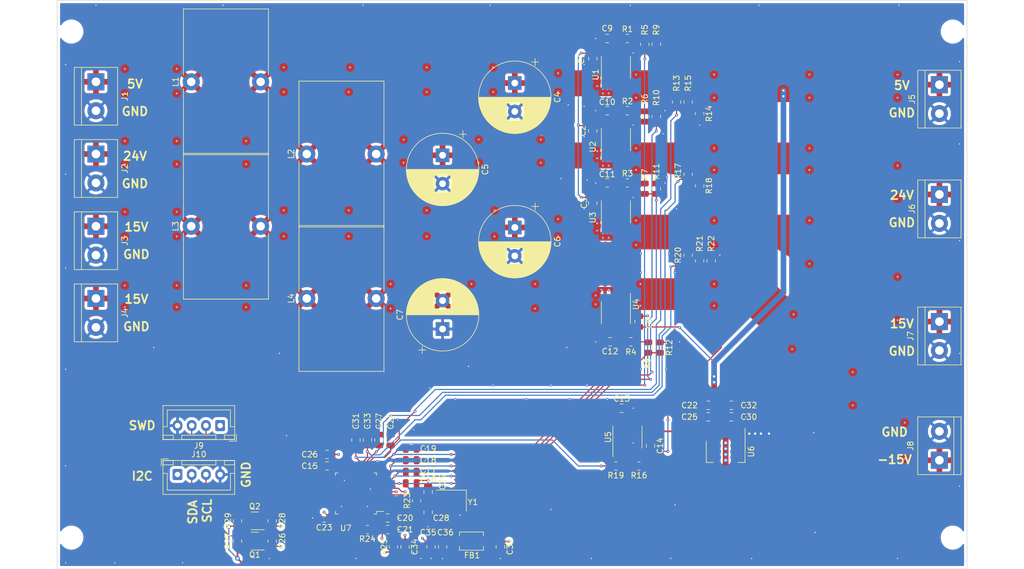
<source format=kicad_pcb>
(kicad_pcb (version 20211014) (generator pcbnew)
  (layers (0 "F.Cu" signal) (1 "In1.Cu" signal) (2 "In2.Cu" signal) (31 "B.Cu" signal) (34 "B.Paste" user) (35 "F.Paste" user) (36 "B.SilkS" user "B.Silkscreen") (37 "F.SilkS" user "F.Silkscreen") (38 "B.Mask" user) (39 "F.Mask" user) (44 "Edge.Cuts" user))
  (net 0 "")
  (net 1 "+5V")
  (net 2 "GND")
  (net 3 "Net-(C4-Pad1)")
  (net 4 "Net-(C5-Pad1)")
  (net 5 "Net-(C6-Pad1)")
  (net 6 "Net-(C9-Pad1)")
  (net 7 "Net-(C10-Pad1)")
  (net 8 "Net-(C11-Pad1)")
  (net 9 "Net-(C12-Pad1)")
  (net 10 "-15V")
  (net 11 "+3V3")
  (net 12 "I_5V")
  (net 13 "I_24V")
  (net 14 "I_15V")
  (net 15 "I_-15V")
  (net 16 "V_5V")
  (net 17 "V_24V")
  (net 18 "Net-(C28-Pad2)")
  (net 19 "Net-(C29-Pad2)")
  (net 20 "V_-15V")
  (net 21 "V_15V")
  (net 22 "Net-(C34-Pad1)")
  (net 23 "/VDDA")
  (net 24 "Net-(J1-Pad1)")
  (net 25 "Net-(J2-Pad1)")
  (net 26 "Net-(J3-Pad1)")
  (net 27 "Net-(J4-Pad1)")
  (net 28 "+24V")
  (net 29 "+15V")
  (net 30 "/SWDIO")
  (net 31 "/SWCLK")
  (net 32 "SDA")
  (net 33 "SCL")
  (net 34 "_SDA")
  (net 35 "_SCL")
  (net 36 "Net-(R1-Pad2)")
  (net 37 "Net-(R2-Pad2)")
  (net 38 "Net-(R3-Pad2)")
  (net 39 "Net-(R4-Pad2)")
  (net 40 "Net-(R16-Pad2)")
  (net 41 "Net-(R20-Pad2)")
  (net 42 "Net-(R24-Pad2)")
  (net 67 "Net-(L4-Pad2)")
  (footprint "Capacitor_SMD:C_0805_2012Metric" (layer "F.Cu") (at 144.78 135.128 -90)
    (fp_text reference "C36")
    (fp_text value "1µ")
  )
  (footprint "Connector_JST:JST_XH_B4B-XH-A_1x04_P2.50mm_Vertical" (layer "F.Cu") (at 105.664 113.792 180)
    (fp_text reference "J9")
    (fp_text value "SWD")
  )
  (footprint "Resistor_SMD:R_0805_2012Metric" (layer "F.Cu") (at 182.372 59.436 90)
    (fp_text reference "R10")
    (fp_text value "12k")
  )
  (footprint "Resistor_SMD:R_0805_2012Metric" (layer "F.Cu") (at 114.808 134.112 90)
    (fp_text reference "R26")
    (fp_text value "12k")
  )
  (footprint "Capacitor_SMD:C_0805_2012Metric" (layer "F.Cu") (at 154.94 135.128 -90)
    (fp_text reference "C37")
    (fp_text value "1µ")
  )
  (footprint "Resistor_SMD:R_0805_2012Metric" (layer "F.Cu") (at 179.324 120.904 180)
    (fp_text reference "R16")
    (fp_text value "100k")
  )
  (footprint "Resistor_SMD:R_0805_2012Metric" (layer "F.Cu") (at 114.808 130.556 90)
    (fp_text reference "R28")
    (fp_text value "12k")
  )
  (footprint "Capacitor_THT:CP_Radial_D12.5mm_P5.00mm" (layer "F.Cu") (at 157.48 78.956041 -90)
    (fp_text reference "C6")
    (fp_text value "2200µ")
  )
  (footprint "Resistor_SMD:R_0805_2012Metric" (layer "F.Cu") (at 187.96 69.596 -90)
    (fp_text reference "R17")
    (fp_text value "68k")
  )
  (footprint "MountingHole:MountingHole_3.2mm_M3_DIN965" (layer "F.Cu") (at 234.5 44.5)
    (fp_text reference "REF**" hide)
    (fp_text value "MountingHole_3.2mm_M3_DIN965")
  )
  (footprint "Inductor_THT:L_Toroid_Vertical_L25.4mm_W14.7mm_P12.20mm_Vishay_TJ5_BigPads" (layer "F.Cu") (at 100.58 53.34 90)
    (fp_text reference "L1")
    (fp_text value "150µH")
  )
  (footprint "Resistor_SMD:R_0805_2012Metric" (layer "F.Cu") (at 182.9835 100.076 90)
    (fp_text reference "R12")
    (fp_text value "12k")
  )
  (footprint "Resistor_SMD:R_0805_2012Metric" (layer "F.Cu") (at 177.292 58.42)
    (fp_text reference "R2")
    (fp_text value "100")
  )
  (footprint "Resistor_SMD:R_0805_2012Metric" (layer "F.Cu") (at 108.712 130.556 90)
    (fp_text reference "R29")
    (fp_text value "12k")
  )
  (footprint "TerminalBlock:TerminalBlock_bornier-2_P5.08mm" (layer "F.Cu") (at 232.156 53.848 -90)
    (fp_text reference "J5")
    (fp_text value "5V OUT")
  )
  (footprint "Resistor_SMD:R_0805_2012Metric" (layer "F.Cu") (at 189.992 71.628 -90)
    (fp_text reference "R18")
    (fp_text value "10k")
  )
  (footprint "Package_SO:SOIC-8_3.9x4.9mm_P1.27mm" (layer "F.Cu") (at 175.26 63.5 90)
    (fp_text reference "U2")
    (fp_text value "ACS723xLCTR-05AB")
  )
  (footprint "Resistor_SMD:R_0805_2012Metric" (layer "F.Cu") (at 185.928 56.896 -90)
    (fp_text reference "R13")
    (fp_text value "10k")
  )
  (footprint "Capacitor_SMD:C_0805_2012Metric" (layer "F.Cu") (at 123.952 130.048 180)
    (fp_text reference "C23")
    (fp_text value "100n")
  )
  (footprint "Capacitor_SMD:C_0805_2012Metric" (layer "F.Cu") (at 173.736 71.12 180)
    (fp_text reference "C11")
    (fp_text value "1n")
  )
  (footprint "Capacitor_SMD:C_0805_2012Metric" (layer "F.Cu") (at 171.196 49.276 -90)
    (fp_text reference "C1")
    (fp_text value "100n")
  )
  (footprint "Resistor_SMD:R_0805_2012Metric" (layer "F.Cu") (at 180.34 72.136 -90)
    (fp_text reference "R7")
    (fp_text value "3k9")
  )
  (footprint "Package_SO:SOIC-8_3.9x4.9mm_P1.27mm" (layer "F.Cu") (at 175.26 93.98 -90)
    (fp_text reference "U4")
    (fp_text value "ACS723xLCTR-05AB")
  )
  (footprint "Capacitor_SMD:C_0805_2012Metric" (layer "F.Cu") (at 129.54 116.332 90)
    (fp_text reference "C31")
    (fp_text value "1n")
  )
  (footprint "Resistor_SMD:R_0805_2012Metric" (layer "F.Cu") (at 180.34 59.436 -90)
    (fp_text reference "R6")
    (fp_text value "3k9")
  )
  (footprint "Capacitor_SMD:C_0805_2012Metric" (layer "F.Cu") (at 171.196 74.676 -90)
    (fp_text reference "C3")
    (fp_text value "100n")
  )
  (footprint "Package_QFP:LQFP-48_7x7mm_P0.5mm" (layer "F.Cu") (at 129.54 125.73 180)
    (fp_text reference "U7")
    (fp_text value "STM32F103C8Tx")
  )
  (footprint "Capacitor_SMD:C_0805_2012Metric" (layer "F.Cu") (at 195.58 110.236)
    (fp_text reference "C32")
    (fp_text value "1µ")
  )
  (footprint "Capacitor_SMD:C_0805_2012Metric" (layer "F.Cu") (at 131.572 116.332 90)
    (fp_text reference "C33")
    (fp_text value "1n")
  )
  (footprint "Capacitor_SMD:C_0805_2012Metric" (layer "F.Cu") (at 181.356 117.348 -90)
    (fp_text reference "C14")
    (fp_text value "100n")
  )
  (footprint "Capacitor_SMD:C_0805_2012Metric" (layer "F.Cu") (at 191.516 112.268 180)
    (fp_text reference "C25")
    (fp_text value "100n")
  )
  (footprint "TerminalBlock:TerminalBlock_bornier-2_P5.08mm" (layer "F.Cu") (at 83.82 91.44 -90)
    (fp_text reference "J4")
    (fp_text value "-15V IN")
  )
  (footprint "Inductor_THT:L_Toroid_Vertical_L25.4mm_W14.7mm_P12.20mm_Vishay_TJ5_BigPads" (layer "F.Cu") (at 120.9 91.44 90)
    (fp_text reference "L4")
    (fp_text value "150µH")
  )
  (footprint "TerminalBlock:TerminalBlock_bornier-2_P5.08mm" (layer "F.Cu") (at 83.82 78.74 -90)
    (fp_text reference "J3")
    (fp_text value "15V IN")
  )
  (footprint "eigene:SMB-001" (layer "F.Cu") (at 149.86 134.112)
    (fp_text reference "FB1")
    (fp_text value "SMB-001")
  )
  (footprint "Resistor_SMD:R_0805_2012Metric" (layer "F.Cu") (at 177.9035 99.06)
    (fp_text reference "R4")
    (fp_text value "100")
  )
  (footprint "Package_TO_SOT_SMD:SOT-23" (layer "F.Cu") (at 111.76 130.556 180)
    (fp_text reference "Q2")
    (fp_text value "BSS138")
  )
  (footprint "Capacitor_SMD:C_0805_2012Metric" (layer "F.Cu") (at 173.736 45.72 180)
    (fp_text reference "C9")
    (fp_text value "1n")
  )
  (footprint "Package_TO_SOT_SMD:SOT-23" (layer "F.Cu") (at 111.76 134.112 180)
    (fp_text reference "Q1")
    (fp_text value "BSS138")
  )
  (footprint "Capacitor_SMD:C_0805_2012Metric" (layer "F.Cu") (at 173.736 58.42 180)
    (fp_text reference "C10")
    (fp_text value "1n")
  )
  (footprint "Resistor_SMD:R_0805_2012Metric" (layer "F.Cu") (at 180.34 46.736 -90)
    (fp_text reference "R5")
    (fp_text value "3k9")
  )
  (footprint "MountingHole:MountingHole_3.2mm_M3_DIN965" (layer "F.Cu") (at 234.5 133.5)
    (fp_text reference "REF**" hide)
    (fp_text value "MountingHole_3.2mm_M3_DIN965")
  )
  (footprint "Capacitor_SMD:C_0805_2012Metric" (layer "F.Cu") (at 142.24 125.476 -90)
    (fp_text reference "C29")
    (fp_text value "20p")
  )
  (footprint "Resistor_SMD:R_0805_2012Metric" (layer "F.Cu") (at 108.712 134.112 90)
    (fp_text reference "R27")
    (fp_text value "12k")
  )
  (footprint "Package_SO:SOIC-8_3.9x4.9mm_P1.27mm" (layer "F.Cu") (at 175.26 50.8 90)
    (fp_text reference "U1")
    (fp_text value "ACS723xLCTR-05AB")
  )
  (footprint "Capacitor_SMD:C_0805_2012Metric" (layer "F.Cu") (at 135.128 132.08)
    (fp_text reference "C21")
    (fp_text value "100n")
  )
  (footprint "Resistor_SMD:R_0805_2012Metric" (layer "F.Cu") (at 192.024 84.836 90)
    (fp_text reference "R22")
    (fp_text value "12k")
  )
  (footprint "Resistor_SMD:R_0805_2012Metric" (layer "F.Cu") (at 180.9515 100.076 -90)
    (fp_text reference "R8")
    (fp_text value "3k9")
  )
  (footprint "Capacitor_SMD:C_0805_2012Metric" (layer "F.Cu") (at 179.324 95.504 90)
    (fp_text reference "C8")
    (fp_text value "100n")
  )
  (footprint "Capacitor_SMD:C_0805_2012Metric" (layer "F.Cu") (at 142.748 135.128 -90)
    (fp_text reference "C35")
    (fp_text value "100n")
  )
  (footprint "Capacitor_SMD:C_0805_2012Metric" (layer "F.Cu") (at 171.196 61.976 -90)
    (fp_text reference "C2")
    (fp_text value "100n")
  )
  (footprint "Capacitor_SMD:C_0805_2012Metric" (layer "F.Cu") (at 142.24 129.032 90)
    (fp_text reference "C28")
    (fp_text value "20p")
  )
  (footprint "Resistor_SMD:R_0805_2012Metric" (layer "F.Cu") (at 182.372 72.136 90)
    (fp_text reference "R11")
    (fp_text value "12k")
  )
  (footprint "Capacitor_SMD:C_0805_2012Metric" (layer "F.Cu") (at 176.276 110.744)
    (fp_text reference "C13")
    (fp_text value "100n")
  )
  (footprint "Resistor_SMD:R_0805_2012Metric" (layer "F.Cu") (at 177.292 45.72)
    (fp_text reference "R1")
    (fp_text value "100")
  )
  (footprint "Capacitor_SMD:C_0805_2012Metric" (layer "F.Cu") (at 139.258 117.856)
    (fp_text reference "C19")
    (fp_text value "1n")
  )
  (footprint "Capacitor_THT:CP_Radial_D12.5mm_P5.00mm" (layer "F.Cu") (at 144.78 96.811959 90)
    (fp_text reference "C7")
    (fp_text value "2200µ")
  )
  (footprint "Capacitor_SMD:C_0805_2012Metric" (layer "F.Cu") (at 133.604 116.332 90)
    (fp_text reference "C27")
    (fp_text value "1n")
  )
  (footprint "TerminalBlock:TerminalBlock_bornier-2_P5.08mm" (layer "F.Cu") (at 232.156 73.152 -90)
    (fp_text reference "J6")
    (fp_text value "24V OUT")
  )
  (footprint "Resistor_SMD:R_0805_2012Metric" (layer "F.Cu") (at 187.96 83.82 -90)
    (fp_text reference "R20")
    (fp_text value "100")
  )
  (footprint "Resistor_SMD:R_0805_2012Metric" (layer "F.Cu") (at 189.992 84.836 -90)
    (fp_text reference "R21")
    (fp_text value "3k9")
  )
  (footprint "Capacitor_SMD:C_0805_2012Metric" (layer "F.Cu") (at 135.636 116.332 90)
    (fp_text reference "C24")
    (fp_text value "1n")
  )
  (footprint "TerminalBlock:TerminalBlock_bornier-2_P5.08mm" (layer "F.Cu") (at 232.156 119.888 90)
    (fp_text reference "J8")
    (fp_text value "-15V OUT")
  )
  (footprint "TerminalBlock:TerminalBlock_bornier-2_P5.08mm" (layer "F.Cu") (at 232.156 95.504 -90)
    (fp_text reference "J7")
    (fp_text value "15V OUT")
  )
  (footprint "Capacitor_THT:CP_Radial_D12.5mm_P5.00mm" (layer "F.Cu") (at 144.78 66.256041 -90)
    (fp_text reference "C5")
    (fp_text value "2200µ")
  )
  (footprint "Resistor_SMD:R_0805_2012Metric" (layer "F.Cu") (at 175.26 120.904 180)
    (fp_text reference "R19")
    (fp_text value "18k")
  )
  (footprint "Resistor_SMD:R_0805_2012Metric" (layer "F.Cu") (at 136.144 135.128 90)
    (fp_text reference "R25")
    (fp_text value "10k")
  )
  (footprint "Capacitor_SMD:C_0805_2012Metric" (layer "F.Cu") (at 191.516 110.236 180)
    (fp_text reference "C22")
    (fp_text value "1µ")
  )
  (footprint "Crystal:Crystal_SMD_5032-4Pin_5.0x3.2mm" (layer "F.Cu") (at 146.304 127 180)
    (fp_text reference "Y1")
    (fp_text value "8MHz")
  )
  (footprint "TerminalBlock:TerminalBlock_bornier-2_P5.08mm" (layer "F.Cu") (at 83.82 53.34 -90)
    (fp_text reference "J1")
    (fp_text value "5V IN")
  )
  (footprint "Connector_JST:JST_XH_B4B-XH-A_1x04_P2.50mm_Vertical" (layer "F.Cu") (at 98.164 122.394)
    (fp_text reference "J10")
    (fp_text value "I2C")
  )
  (footprint "Resistor_SMD:R_0805_2012Metric" (layer "F.Cu") (at 131.572 132.08 180)
    (fp_text reference "R24")
    (fp_text value "100")
  )
  (footprint "Package_TO_SOT_SMD:SOT-223-3_TabPin2" (layer "F.Cu") (at 194.564 118.364 -90)
    (fp_text reference "U6")
    (fp_text value "AP1117-33")
  )
  (footprint "Capacitor_SMD:C_0805_2012Metric" (layer "F.Cu") (at 124.46 120.904 180)
    (fp_text reference "C15")
    (fp_text value "100n")
  )
  (footprint "Resistor_SMD:R_0805_2012Metric" (layer "F.Cu") (at 177.292 71.12)
    (fp_text reference "R3")
    (fp_text value "100")
  )
  (footprint "TerminalBlock:TerminalBlock_bornier-2_P5.08mm" (layer "F.Cu") (at 83.82 66.04 -90)
    (fp_text reference "J2")
    (fp_text value "24V IN")
  )
  (footprint "Capacitor_SMD:C_0805_2012Metric" (layer "F.Cu") (at 139.258 121.92)
    (fp_text reference "C17")
    (fp_text value "1n")
  )
  (footprint "Capacitor_SMD:C_0805_2012Metric" (layer "F.Cu") (at 135.128 130.048)
    (fp_text reference "C20")
    (fp_text value "100n")
  )
  (footprint "Capacitor_SMD:C_0805_2012Metric" (layer "F.Cu") (at 195.58 112.268)
    (fp_text reference "C30")
    (fp_text value "100n")
  )
  (footprint "Resistor_SMD:R_0805_2012Metric" (layer "F.Cu") (at 182.372 46.736 90)
    (fp_text reference "R9")
    (fp_text value "12k")
  )
  (footprint "Resistor_SMD:R_0805_2012Metric" (layer "F.Cu") (at 140.208 127 90)
    (fp_text reference "R23")
    (fp_text value "1M")
  )
  (footprint "Capacitor_SMD:C_0805_2012Metric" (layer "F.Cu") (at 139.258 119.888)
    (fp_text reference "C18")
    (fp_text value "1n")
  )
  (footprint "Inductor_THT:L_Toroid_Vertical_L25.4mm_W14.7mm_P12.20mm_Vishay_TJ5_BigPads" (layer "F.Cu") (at 120.9 66.04 90)
    (fp_text reference "L2")
    (fp_text value "150µH")
  )
  (footprint "Package_SO:SOIC-8_3.9x4.9mm_P1.27mm" (layer "F.Cu") (at 175.26 76.2 90)
    (fp_text reference "U3")
    (fp_text value "ACS723xLCTR-05AB")
  )
  (footprint "Capacitor_THT:CP_Radial_D12.5mm_P5.00mm" (layer "F.Cu") (at 157.48 53.556041 -90)
    (fp_text reference "C4")
    (fp_text value "2200µ")
  )
  (footprint "Resistor_SMD:R_0805_2012Metric" (layer "F.Cu") (at 189.992 58.928 -90)
    (fp_text reference "R14")
    (fp_text value "10k")
  )
  (footprint "Capacitor_SMD:C_0805_2012Metric" (layer "F.Cu") (at 139.258 123.952)
    (fp_text reference "C16")
    (fp_text value "1n")
  )
  (footprint "Resistor_SMD:R_0805_2012Metric" (layer "F.Cu") (at 187.96 56.896 -90)
    (fp_text reference "R15")
    (fp_text value "20k")
  )
  (footprint "MountingHole:MountingHole_3.2mm_M3_DIN965" (layer "F.Cu") (at 79.5 44.5)
    (fp_text reference "REF**" hide)
    (fp_text value "MountingHole_3.2mm_M3_DIN965")
  )
  (footprint "Capacitor_SMD:C_0805_2012Metric" (layer "F.Cu") (at 138.176 135.128 -90)
    (fp_text reference "C34")
    (fp_text value "1µ")
  )
  (footprint "Inductor_THT:L_Toroid_Vertical_L25.4mm_W14.7mm_P12.20mm_Vishay_TJ5_BigPads" (layer "F.Cu") (at 100.58 78.74 90)
    (fp_text reference "L3")
    (fp_text value "150µH")
  )
  (footprint "Package_SO:SOIC-8_3.9x4.9mm_P1.27mm" (layer "F.Cu") (at 177.292 115.824 90)
    (fp_text reference "U5")
    (fp_text value "LM2904")
  )
  (footprint "Capacitor_SMD:C_0805_2012Metric" (layer "F.Cu") (at 124.46 118.872 180)
    (fp_text reference "C26")
    (fp_text value "4µ7")
  )
  (footprint "MountingHole:MountingHole_3.2mm_M3_DIN965" (layer "F.Cu") (at 79.5 133.5)
    (fp_text reference "REF**" hide)
    (fp_text value "MountingHole_3.2mm_M3_DIN965")
  )
  (footprint "Capacitor_SMD:C_0805_2012Metric" (layer "F.Cu") (at 174.244 99.06 180)
    (fp_text reference "C12")
    (fp_text value "1n")
  )
  (gr_line (start 237 39) (end 77 39) (layer "Edge.Cuts") (width 0.1))
  (gr_line (start 237 139) (end 237 39) (layer "Edge.Cuts") (width 0.1))
  (gr_line (start 77 39) (end 77 139) (layer "Edge.Cuts") (width 0.1))
  (gr_line (start 77 139) (end 237 139) (layer "Edge.Cuts") (width 0.1))
  (gr_text "5V\n\nGND" (at 90.678 56.134) (layer "F.SilkS") (effects (font (size 1.5 1.5) (thickness 0.3))))
  (gr_text "GND\n\n-15V" (at 224.282 117.348) (layer "F.SilkS") (effects (font (size 1.5 1.5) (thickness 0.3))))
  (gr_text "I2C" (at 91.948 122.682) (layer "F.SilkS") (effects (font (size 1.5 1.5) (thickness 0.3))))
  (gr_text "24V\n\nGND" (at 90.678 68.834) (layer "F.SilkS") (effects (font (size 1.5 1.5) (thickness 0.3))))
  (gr_text "24V\n\nGND" (at 225.552 75.692) (layer "F.SilkS") (effects (font (size 1.5 1.5) (thickness 0.3))))
  (gr_text "SCL" (at 103.378 128.778 90) (layer "F.SilkS") (effects (font (size 1.5 1.5) (thickness 0.3))))
  (gr_text "GND" (at 110.236 122.428 90) (layer "F.SilkS") (effects (font (size 1.5 1.5) (thickness 0.3))))
  (gr_text "SDA" (at 100.838 129.032 90) (layer "F.SilkS") (effects (font (size 1.5 1.5) (thickness 0.3))))
  (gr_text "SWD" (at 91.948 113.792) (layer "F.SilkS") (effects (font (size 1.5 1.5) (thickness 0.3))))
  (gr_text "15V\n\nGND" (at 225.552 98.298) (layer "F.SilkS") (effects (font (size 1.5 1.5) (thickness 0.3))))
  (gr_text "15V\n\nGND" (at 90.932 93.98) (layer "F.SilkS") (effects (font (size 1.5 1.5) (thickness 0.3))))
  (gr_text "15V\n\nGND" (at 90.932 81.28) (layer "F.SilkS") (effects (font (size 1.5 1.5) (thickness 0.3))))
  (gr_text "5V\n\nGND" (at 225.552 56.388) (layer "F.SilkS") (effects (font (size 1.5 1.5) (thickness 0.3))))
  (segment (start 171.196 61.026) (end 168.722 61.026) (width 0.2) (layer "F.Cu") (net 1))
  (segment (start 174.244 50.292) (end 173.355 49.403) (width 0.2) (layer "F.Cu") (net 1))
  (segment (start 169.23 48.326) (end 169.164 48.26) (width 0.2) (layer "F.Cu") (net 1))
  (segment (start 107.2915 131.4685) (end 107.188 131.572) (width 0.2) (layer "F.Cu") (net 1))
  (segment (start 169.164 73.66) (end 171.13 73.66) (width 0.2) (layer "F.Cu") (net 1))
  (segment (start 171.13 73.66) (end 171.196 73.726) (width 0.2) (layer "F.Cu") (net 1))
  (segment (start 171.196 48.326) (end 169.23 48.326) (width 0.2) (layer "F.Cu") (net 1))
  (segment (start 171.197 61.025) (end 171.196 61.026) (width 0.2) (layer "F.Cu") (net 1))
  (segment (start 109.728 138.176) (end 108.712 137.16) (width 0.3) (layer "F.Cu") (net 1))
  (segment (start 173.355 61.025) (end 171.197 61.025) (width 0.2) (layer "F.Cu") (net 1))
  (segment (start 175.387 114.427) (end 175.768 114.808) (width 0.3) (layer "F.Cu") (net 1))
  (segment (start 192.532 112.202) (end 192.466 112.268) (width 1) (layer "F.Cu") (net 1))
  (segment (start 174.752 50.292) (end 174.244 50.292) (width 0.2) (layer "F.Cu") (net 1))
  (segment (start 179.323 96.455) (end 179.324 96.454) (width 0.2) (layer "F.Cu") (net 1))
  (segment (start 192.264 117.616) (end 189.992 119.888) (width 0.3) (layer "F.Cu") (net 1))
  (segment (start 175.768 114.808) (end 191.858 114.808) (width 0.3) (layer "F.Cu") (net 1))
  (segment (start 175.387 113.349) (end 175.387 110.805) (width 0.3) (layer "F.Cu") (net 1))
  (segment (start 192.466 112.268) (end 192.466 115.012) (width 1) (layer "F.Cu") (net 1))
  (segment (start 192.532 106.172) (end 192.532 112.202) (width 1) (layer "F.Cu") (net 1))
  (segment (start 173.355 73.725) (end 171.197 73.725) (width 0.2) (layer "F.Cu") (net 1))
  (segment (start 192.264 115.214) (end 192.264 117.616) (width 0.3) (layer "F.Cu") (net 1))
  (segment (start 108.712 131.4685) (end 107.2915 131.4685) (width 0.2) (layer "F.Cu") (net 1))
  (segment (start 186.436 96.52) (end 186.37 96.454) (width 0.2) (layer "F.Cu") (net 1))
  (segment (start 189.992 119.888) (end 189.992 135.636) (width 0.3) (layer "F.Cu") (net 1))
  (segment (start 189.992 135.636) (end 187.452 138.176) (width 0.3) (layer "F.Cu") (net 1))
  (segment (start 192.466 115.012) (end 192.264 115.214) (width 1) (layer "F.Cu") (net 1))
  (segment (start 173.355 49.403) (end 173.355 48.325) (width 0.2) (layer "F.Cu") (net 1))
  (segment (start 175.387 110.805) (end 175.326 110.744) (width 0.3) (layer "F.Cu") (net 1))
  (segment (start 191.858 114.808) (end 192.264 115.214) (width 0.3) (layer "F.Cu") (net 1))
  (segment (start 171.197 73.725) (end 171.196 73.726) (width 0.2) (layer "F.Cu") (net 1))
  (segment (start 192.532 106.172) (end 192.532 105.156) (width 1) (layer "F.Cu") (net 1))
  (segment (start 175.895 51.435) (end 174.752 50.292) (width 0.2) (layer "F.Cu") (net 1))
  (segment (start 175.895 53.275) (end 175.895 51.435) (width 0.2) (layer "F.Cu") (net 1))
  (segment (start 186.37 96.454) (end 179.324 96.454) (width 0.2) (layer "F.Cu") (net 1))
  (segment (start 173.354 48.326) (end 173.355 48.325) (width 0.2) (layer "F.Cu") (net 1))
  (segment (start 171.196 48.326) (end 173.354 48.326) (width 0.2) (layer "F.Cu") (net 1))
  (segment (start 108.712 137.16) (end 108.712 135.0245) (width 0.3) (layer "F.Cu") (net 1))
  (segment (start 187.452 138.176) (end 109.728 138.176) (width 0.3) (layer "F.Cu") (net 1))
  (segment (start 175.387 113.349) (end 175.387 114.427) (width 0.3) (layer "F.Cu") (net 1))
  (segment (start 177.165 96.455) (end 179.323 96.455) (width 0.2) (layer "F.Cu") (net 1))
  (segment (start 168.722 61.026) (end 168.656 60.96) (width 0.2) (layer "F.Cu") (net 1))
  (via (at 178.816 56.134) (size 0.5) (drill 0.2) (layers "F.Cu" "B.Cu") (net 1))
  (via (at 204.724 55.88) (size 0.8) (drill 0.4) (layers "F.Cu" "B.Cu") (net 1))
  (via (at 108.712 137.16) (size 0.8) (drill 0.4) (layers "F.Cu" "B.Cu") (net 1))
  (via (at 169.164 48.26) (size 0.5) (drill 0.2) (layers "F.Cu" "B.Cu") (net 1))
  (via (at 224.79 56.134) (size 0.5) (drill 0.2) (layers "F.Cu" "B.Cu") (net 1))
  (via (at 178.816 52.07) (size 0.5) (drill 0.2) (layers "F.Cu" "B.Cu") (net 1))
  (via (at 209.296 52.07) (size 0.5) (drill 0.2) (layers "F.Cu" "B.Cu") (net 1))
  (via (at 192.532 106.172) (size 0.8) (drill 0.4) (layers "F.Cu" "B.Cu") (net 1))
  (via (at 192.532 105.156) (size 0.8) (drill 0.4) (layers "F.Cu" "B.Cu") (net 1))
  (via (at 168.656 60.96) (size 0.5) (drill 0.2) (layers "F.Cu" "B.Cu") (net 1))
  (via (at 224.79 52.07) (size 0.5) (drill 0.2) (layers "F.Cu" "B.Cu") (net 1))
  (via (at 204.724 54.864) (size 0.8) (drill 0.4) (layers "F.Cu" "B.Cu") (net 1))
  (via (at 192.532 56.134) (size 0.5) (drill 0.2) (layers "F.Cu" "B.Cu") (net 1))
  (via (at 209.296 56.134) (size 0.5) (drill 0.2) (layers "F.Cu" "B.Cu") (net 1))
  (via (at 192.532 52.07) (size 0.5) (drill 0.2) (layers "F.Cu" "B.Cu") (net 1))
  (via (at 169.164 73.66) (size 0.5) (drill 0.2) (layers "F.Cu" "B.Cu") (net 1))
  (via (at 186.436 96.52) (size 0.5) (drill 0.2) (layers "F.Cu" "B.Cu") (net 1))
  (via (at 107.188 131.572) (size 0.8) (drill 0.4) (layers "F.Cu" "B.Cu") (net 1))
  (segment (start 107.188 135.636) (end 108.712 137.16) (width 0.2) (layer "B.Cu") (net 1))
  (segment (start 204.724 90.424) (end 196.088 99.06) (width 1) (layer "B.Cu") (net 1))
  (segment (start 168.656 73.152) (end 169.164 73.66) (width 0.2) (layer "B.Cu") (net 1))
  (segment (start 107.188 131.572) (end 107.188 135.636) (width 0.2) (layer "B.Cu") (net 1))
  (segment (start 168.656 52.832) (end 168.656 60.96) (width 0.2) (layer "B.Cu") (net 1))
  (segment (start 168.656 60.96) (end 168.656 73.152) (width 0.2) (layer "B.Cu") (net 1))
  (segment (start 169.164 48.26) (end 168.656 48.768) (width 0.2) (layer "B.Cu") (net 1))
  (segment (start 204.724 54.864) (end 204.724 90.424) (width 1) (layer "B.Cu") (net 1))
  (segment (start 168.656 48.768) (end 168.656 52.832) (width 0.2) (layer "B.Cu") (net 1))
  (segment (start 186.436 96.52) (end 192.532 102.616) (width 0.2) (layer "B.Cu") (net 1))
  (segment (start 192.532 102.616) (end 192.532 106.172) (width 1) (layer "B.Cu") (net 1))
  (segment (start 196.088 99.06) (end 192.532 102.616) (width 1) (layer "B.Cu") (net 1))
  (segment (start 132.4845 133.5005) (end 132.588 133.604) (width 0.2) (layer "F.Cu") (net 2))
  (segment (start 193.4445 83.9235) (end 193.548 83.82) (width 0.2) (layer "F.Cu") (net 2))
  (segment (start 177.227 48.325) (end 177.292 48.26) (width 0.2) (layer "F.Cu") (net 2))
  (segment (start 177.165 73.725) (end 178.243 73.725) (width 0.2) (layer "F.Cu") (net 2))
  (segment (start 177.927 113.349) (end 177.927 112.395) (width 0.2) (layer "F.Cu") (net 2))
  (segment (start 178.243 61.025) (end 178.308 60.96) (width 0.2) (layer "F.Cu") (net 2))
  (segment (start 169.738 50.226) (end 169.672 50.292) (width 0.2) (layer "F.Cu") (net 2))
  (segment (start 174.625 96.455) (end 173.355 96.455) (width 0.2) (layer "F.Cu") (net 2))
  (segment (start 188.976 112.268) (end 190.566 112.268) (width 0.2) (layer "F.Cu") (net 2))
  (segment (start 182.372 58.5235) (end 183.7925 58.5235) (width 0.2) (layer "F.Cu") (net 2))
  (segment (start 144.654 124.586) (end 144.78 124.46) (width 0.2) (layer "F.Cu") (net 2))
  (segment (start 140.208 121.92) (end 141.732 121.92) (width 0.2) (layer "F.Cu") (net 2))
  (segment (start 131.572 115.382) (end 131.572 113.792) (width 0.2) (layer "F.Cu") (net 2))
  (segment (start 139.634 136.078) (end 139.7 136.144) (width 0.2) (layer "F.Cu") (net 2))
  (segment (start 133.7025 124.98) (end 132.092 124.98) (width 0.2) (layer "F.Cu") (net 2))
  (segment (start 126.964 127.98) (end 127 128.016) (width 0.2) (layer "F.Cu") (net 2))
  (segment (start 192.024 83.9235) (end 193.4445 83.9235) (width 0.2) (layer "F.Cu") (net 2))
  (segment (start 196.53 114.88) (end 196.864 115.214) (width 1) (layer "F.Cu") (net 2))
  (segment (start 147.954 128) (end 147.954 129.414) (width 0.2) (layer "F.Cu") (net 2))
  (segment (start 136.078 130.048) (end 137.16 130.048) (width 0.2) (layer "F.Cu") (net 2))
  (segment (start 140.208 123.952) (end 140.716 123.444) (width 0.2) (layer "F.Cu") (net 2))
  (segment (start 177.23 48.26) (end 177.165 48.325) (width 0.2) (layer "F.Cu") (net 2))
  (segment (start 123.51 118.872) (end 121.92 118.872) (width 0.2) (layer "F.Cu") (net 2))
  (segment (start 177.927 118.299) (end 177.927 117.221) (width 0.2) (layer "F.Cu") (net 2))
  (segment (start 173.294 99.06) (end 171.704 99.06) (width 0.2) (layer "F.Cu") (net 2))
  (segment (start 138.176 136.078) (end 139.634 136.078) (width 0.2) (layer "F.Cu") (net 2))
  (segment (start 171.196 75.626) (end 169.738 75.626) (width 0.2) (layer "F.Cu") (net 2))
  (segment (start 177.165 61.025) (end 175.895 61.025) (width 0.2) (layer "F.Cu") (net 2))
  (segment (start 140.208 119.888) (end 141.732 119.888) (width 0.2) (layer "F.Cu") (net 2))
  (segment (start 199.746 115.214) (end 200.762 115.214) (width 1) (layer "F.Cu") (net 2))
  (segment (start 144.654 126) (end 144.654 124.586) (width 0.2) (layer "F.Cu") (net 2))
  (segment (start 123.51 120.904) (end 121.92 120.904) (width 0.2) (layer "F.Cu") (net 2))
  (segment (start 183.7925 58.5235) (end 183.896 58.42) (width 0.2) (layer "F.Cu") (net 2))
  (segment (start 140.716 123.444) (end 142.24 123.444) (width 0.2) (layer "F.Cu") (net 2))
  (segment (start 133.604 115.382) (end 133.604 113.792) (width 0.2) (layer "F.Cu") (net 2))
  (segment (start 132.092 124.98) (end 132.08 124.968) (width 0.2) (layer "F.Cu") (net 2))
  (segment (start 169.738 62.926) (end 171.196 62.926) (width 0.2) (layer "F.Cu") (net 2))
  (segment (start 200.762 115.214) (end 202.184 115.214) (width 1) (layer "F.Cu") (net 2))
  (segment (start 188.976 110.236) (end 190.566 110.236) (width 0.2) (layer "F.Cu") (net 2))
  (segment (start 190.566 112.268) (end 190.566 110.236) (width 1) (layer "F.Cu") (net 2))
  (segment (start 142.24 129.982) (end 142.24 131.572) (width 0.2) (layer "F.Cu") (net 2))
  (segment (start 198.12 112.268) (end 196.53 112.268) (width 0.2) (layer "F.Cu") (net 2))
  (segment (start 178.243 48.325) (end 178.308 48.26) (width 0.2) (layer "F.Cu") (net 2))
  (segment (start 177.165 61.025) (end 178.243 61.025) (width 0.2) (layer "F.Cu") (net 2))
  (segment (start 182.372 45.8235) (end 182.372 44.704) (width 0.2) (layer "F.Cu") (net 2))
  (segment (start 177.927 112.395) (end 177.226 111.694) (width 0.2) (layer "F.Cu") (net 2))
  (segment (start 173.355 96.455) (end 173.355 98.999) (width 0.2) (layer "F.Cu") (net 2))
  (segment (start 136.078 132.08) (end 137.16 132.08) (width 0.2) (layer "F.Cu") (net 2))
  (segment (start 186.3325 99.1635) (end 182.9835 99.1635) (width 0.2) (layer "F.Cu") (net 2))
  (segment (start 182.372 71.2235) (end 183.7925 71.2235) (width 0.2) (layer "F.Cu") (net 2))
  (segment (start 127.29 123.226) (end 127.508 123.444) (width 0.2) (layer "F.Cu") (net 2))
  (segment (start 196.53 110.236) (end 196.53 114.88) (width 1) (layer "F.Cu") (net 2))
  (segment (start 189.992 59.8405) (end 189.992 60.96) (width 0.2) (layer "F.Cu") (net 2))
  (segment (start 186.436 99.06) (end 186.3325 99.1635) (width 0.2) (layer "F.Cu") (net 2))
  (segment (start 125.3775 127.98) (end 126.964 127.98) (width 0.2) (layer "F.Cu") (net 2))
  (segment (start 169.672 62.992) (end 169.738 62.926) (width 0.2) (layer "F.Cu") (net 2))
  (segment (start 142.24 124.526) (end 142.24 123.444) (width 0.2) (layer "F.Cu") (net 2))
  (segment (start 142.748 136.078) (end 142.748 137.16) (width 0.2) (layer "F.Cu") (net 2))
  (segment (start 147.954 129.414) (end 147.828 129.54) (width 0.2) (layer "F.Cu") (net 2))
  (segment (start 172.786 58.42) (end 171.704 58.42) (width 0.2) (layer "F.Cu") (net 2))
  (segment (start 172.786 71.12) (end 171.704 71.12) (width 0.2) (layer "F.Cu") (net 2))
  (segment (start 191.4125 72.5405) (end 191.516 72.644) (width 0.2) (layer "F.Cu") (net 2))
  (segment (start 131.79 128.234) (end 131.572 128.016) (width 0.2) (layer "F.Cu") (net 2))
  (segment (start 140.208 117.856) (end 141.732 117.856) (width 0.2) (layer "F.Cu") (net 2))
  (segment (start 189.992 72.5405) (end 191.4125 72.5405) (width 0.2) (layer "F.Cu") (net 2))
  (segment (start 181.356 116.398) (end 182.814 116.398) (width 0.2) (layer "F.Cu") (net 2))
  (segment (start 178.243 73.725) (end 178.308 73.66) (width 0.2) (layer "F.Cu") (net 2))
  (segment (start 179.197 113.349) (end 177.927 113.349) (width 0.2) (layer "F.Cu") (net 2))
  (segment (start 173.355 98.999) (end 173.294 99.06) (width 0.2) (layer "F.Cu") (net 2))
  (segment (start 169.738 75.626) (end 169.672 75.692) (width 0.2) (layer "F.Cu") (net 2))
  (segment (start 178.308 110.744) (end 177.226 110.744) (width 0.2) (layer "F.Cu") (net 2))
  (segment (start 171.196 50.226) (end 169.738 50.226) (width 0.2) (layer "F.Cu") (net 2))
  (segment (start 177.165 48.325) (end 178.243 48.325) (width 0.2) (layer "F.Cu") (net 2))
  (segment (start 177.292 48.26) (end 177.23 48.26) (width 0.2) (layer "F.Cu") (net 2))
  (segment (start 182.814 116.398) (end 182.88 116.332) (width 0.2) (layer "F.Cu") (net 2))
  (segment (start 183.7925 71.2235) (end 183.896 71.12) (width 0.2) (layer "F.Cu") (net 2))
  (segment (start 177.226 111.694) (end 177.226 110.744) (width 0.2) (layer "F.Cu") (net 2))
  (segment (start 179.324 94.554) (end 180.782 94.554) (width 0.2) (layer "F.Cu") (net 2))
  (segment (start 180.782 94.554) (end 180.848 94.488) (width 0.2) (layer "F.Cu") (net 2))
  (segment (start 144.78 136.078) (end 144.78 137.16) (width 0.2) (layer "F.Cu") (net 2))
  (segment (start 175.895 73.725) (end 177.165 73.725) (width 0.2) (layer "F.Cu") (net 2))
  (segment (start 132.4845 132.08) (end 132.4845 133.5005) (width 0.2) (layer "F.Cu") (net 2))
  (segment (start 123.002 130.048) (end 121.92 130.048) (width 0.2) (layer "F.Cu") (net 2))
  (segment (start 198.73 115.214) (end 199.746 115.214) (width 1) (layer "F.Cu") (net 2))
  (segment (start 129.54 115.382) (end 129.54 113.792) (width 0.2) (layer "F.Cu") (net 2))
  (segment (start 177.927 117.221) (end 178.308 116.84) (width 0.2) (layer "F.Cu") (net 2))
  (segment (start 135.636 115.382) (end 135.636 113.792) (width 0.2) (layer "F.Cu") (net 2))
  (segment (start 131.79 129.8925) (end 131.79 128.234) (width 0.2) (layer "F.Cu") (net 2))
  (segment (start 175.895 48.325) (end 177.227 48.325) (width 0.2) (layer "F.Cu") (net 2))
  (segment (start 127.29 121.5675) (end 127.29 123.226) (width 0.2) (layer "F.Cu") (net 2))
  (segment (start 154.94 136.078) (end 154.94 137.16) (width 0.2) (layer "F.Cu") (net 2))
  (segment (start 196.864 115.214) (end 198.73 115.214) (width 1) (layer "F.Cu") (net 2))
  (segment (start 172.786 45.72) (end 171.704 45.72) (width 0.2) (layer "F.Cu") (net 2))
  (segment (start 198.12 110.236) (end 196.53 110.236) (width 0.2) (layer "F.Cu") (net 2))
  (via (at 121.92 120.904) (size 0.5) (drill 0.2) (layers "F.Cu" "B.Cu") (net 2))
  (via (at 200.406 39.878) (size 0.5) (drill 0.2) (layers "F.Cu" "B.Cu") (net 2))
  (via (at 186.436 99.06) (size 0.5) (drill 0.2) (layers "F.Cu" "B.Cu") (net 2))
  (via (at 188.976 112.268) (size 0.5) (drill 0.2) (layers "F.Cu" "B.Cu") (net 2))
  (via (at 170.942 137.16) (size 0.5) (drill 0.2) (layers "F.Cu" "B.Cu") (net 2))
  (via (at 178.308 116.84) (size 0.5) (drill 0.2) (layers "F.Cu" "B.Cu") (net 2))
  (via (at 149.352 103.378) (size 0.5) (drill 0.2) (layers "F.Cu" "B.Cu") (net 2))
  (via (at 127 128.016) (size 0.5) (drill 0.2) (layers "F.Cu" "B.Cu") (net 2))
  (via (at 182.372 44.704) (size 0.5) (drill 0.2) (layers "F.Cu" "B.Cu") (net 2))
  (via (at 131.572 128.016) (size 0.5) (drill 0.2) (layers "F.Cu" "B.Cu") (net 2))
  (via (at 141.732 117.856) (size 0.5) (drill 0.2) (layers "F.Cu" "B.Cu") (net 2))
  (via (at 93.98 100.076) (size 0.5) (drill 0.2) (layers "F.Cu" "B.Cu") (net 2))
  (via (at 185.928 75.692) (size 0.5) (drill 0.2) (layers "F.Cu" "B.Cu") (net 2))
  (via (at 159.512 109.22) (size 0.5) (drill 0.2) (layers "F.Cu" "B.Cu") (net 2))
  (via (at 184.658 83.566) (size 0.5) (drill 0.2) (layers "F.Cu" "B.Cu") (net 2))
  (via (at 179.578 103.886) (size 0.5) (drill 0.2) (layers "F.Cu" "B.Cu") (net 2))
  (via (at 178.308 110.744) (size 0.5) (drill 0.2) (layers "F.Cu" "B.Cu") (net 2))
  (via (at 78.486 137.922) (size 0.5) (drill 0.2) (layers "F.Cu" "B.Cu") (net 2))
  (via (at 184.15 103.886) (size 0.5) (drill 0.2) (layers "F.Cu" "B.Cu") (net 2))
  (via (at 185.674 127.762) (size 0.5) (drill 0.2) (layers "F.Cu" "B.Cu") (net 2))
  (via (at 184.912 137.16) (size 0.5) (drill 0.2) (layers "F.Cu" "B.Cu") (net 2))
  (via (at 147.066 109.22) (size 0.5) (drill 0.2) (layers "F.Cu" "B.Cu") (net 2))
  (via (at 135.636 113.792) (size 0.5) (drill 0.2) (layers "F.Cu" "B.Cu") (net 2))
  (via (at 198.73 115.214) (size 0.8) (drill 0.4) (layers "F.Cu" "B.Cu") (net 2))
  (via (at 127.508 123.444) (size 0.5) (drill 0.2) (layers "F.Cu" "B.Cu") (net 2))
  (via (at 137.16 130.048) (size 0.5) (drill 0.2) (layers "F.Cu" "B.Cu") (net 2))
  (via (at 153.162 39.878) (size 0.5) (drill 0.2) (layers "F.Cu" "B.Cu") (net 2))
  (via (at 133.35 120.142) (size 0.5) (drill 0.2) (layers "F.Cu" "B.Cu") (net 2))
  (via (at 210.312 132.588) (size 0.5) (drill 0.2) (layers "F.Cu" "B.Cu") (net 2))
  (via (at 167.132 109.22) (size 0.5) (drill 0.2) (layers "F.Cu" "B.Cu") (net 2))
  (via (at 132.588 133.604) (size 0.5) (drill 0.2) (layers "F.Cu" "B.Cu") (net 2))
  (via (at 129.54 113.792) (size 0.5) (drill 0.2) (layers "F.Cu" "B.Cu") (net 2))
  (via (at 116.078 101.092) (size 0.5) (drill 0.2) (layers "F.Cu" "B.Cu") (net 2))
  (via (at 166.878 57.404) (size 0.5) (drill 0.2) (layers "F.Cu" "B.Cu") (net 2))
  (via (at 117.348 115.57) (size 0.5) (drill 0.2) (layers "F.Cu" "B.Cu") (net 2))
  (via (at 153.67 106.68) (size 0.5) (drill 0.2) (layers "F.Cu" "B.Cu") (net 2))
  (via (at 163.83 128.524) (size 0.5) (drill 0.2) (layers "F.Cu" "B.Cu") (net 2))
  (via (at 163.83 106.68) (size 0.5) (drill 0.2) (layers "F.Cu" "B.Cu") (net 2))
  (via (at 178.308 60.96) (size 0.5) (drill 0.2) (layers "F.Cu" "B.Cu") (net 2))
  (via (at 142.494 107.188) (size 0.5) (drill 0.2) (layers "F.Cu" "B.Cu") (net 2))
  (via (at 106.172 39.878) (size 0.5) (drill 0.2) (layers "F.Cu" "B.Cu") (net 2))
  (via (at 183.896 71.12) (size 0.5) (drill 0.2) (layers "F.Cu" "B.Cu") (net 2))
  (via (at 144.78 124.46) (size 0.5) (drill 0.2) (layers "F.Cu" "B.Cu") (net 2))
  (via (at 202.184 115.214) (size 0.8) (drill 0.4) (layers "F.Cu" "B.Cu") (net 2))
  (via (at 166.624 100.076) (size 0.5) (drill 0.2) (layers "F.Cu" "B.Cu") (net 2))
  (via (at 179.578 83.566) (size 0.5) (drill 0.2) (layers "F.Cu" "B.Cu") (net 2))
  (via (at 132.08 124.968) (size 0.5) (drill 0.2) (layers "F.Cu" "B.Cu") (net 2))
  (via (at 173.736 109.22) (size 0.5) (drill 0.2) (layers "F.Cu" "B.Cu") (net 2))
  (via (at 198.12 110.236) (size 0.5) (drill 0.2) (layers "F.Cu" "B.Cu") (net 2))
  (via (at 170.18 70.612) (size 0.5) (drill 0.2) (layers "F.Cu" "B.Cu") (net 2))
  (via (at 235.712 81.28) (size 0.5) (drill 0.2) (layers "F.Cu" "B.Cu") (net 2))
  (via (at 78.486 50.292) (size 0.5) (drill 0.2) (layers "F.Cu" "B.Cu") (net 2))
  (via (at 182.88 116.332) (size 0.5) (drill 0.2) (layers "F.Cu" "B.Cu") (net 2))
  (via (at 171.704 99.06) (size 0.5) (drill 0.2) (layers "F.Cu" "B.Cu") (net 2))
  (via (at 210.058 115.062) (size 0.5) (drill 0.2) (layers "F.Cu" "B.Cu") (net 2))
  (via (at 133.858 112.522) (size 0.5) (drill 0.2) (layers "F.Cu" "B.Cu") (net 2))
  (via (at 165.608 70.358) (size 0.5) (drill 0.2) (layers "F.Cu" "B.Cu") (net 2))
  (via (at 171.704 71.12) (size 0.5) (drill 0.2) (layers "F.Cu" "B.Cu") (net 2))
  (via (at 121.92 130.048) (size 0.5) (drill 0.2) (layers "F.Cu" "B.Cu") (net 2))
  (via (at 141.732 121.92) (size 0.5) (drill 0.2) (layers "F.Cu" "B.Cu") (net 2))
  (via (at 131.572 113.792) (size 0.5) (drill 0.2) (layers "F.Cu" "B.Cu") (net 2))
  (via (at 169.672 57.658) (size 0.5) (drill 0.2) (layers "F.Cu" "B.Cu") (net 2))
  (via (at 147.828 129.54) (size 0.5) (drill 0.2) (layers "F.Cu" "B.Cu") (net 2))
  (via (at 83.82 39.878) (size 0.5) (drill 0.2) (layers "F.Cu" "B.Cu") (net 2))
  (via (at 225.044 39.878) (size 0.5) (drill 0.2) (layers "F.Cu" "B.Cu") (net 2))
  (via (at 78.486 120.904) (size 0.5) (drill 0.2) (layers "F.Cu" "B.Cu") (net 2))
  (via (at 140.97 137.16) (size 0.5) (drill 0.2) (layers "F.Cu" "B.Cu") (net 2))
  (via (at 235.712 49.784) (size 0.5) (drill 0.2) (layers "F.Cu" "B.Cu") (net 2))
  (via (at 136.906 112.776) (size 0.5) (drill 0.2) (layers "F.Cu" "B.Cu") (net 2))
  (via (at 235.712 124.46) (size 0.5) (drill 0.2) (layers "F.Cu" "B.Cu") (net 2))
  (via (at 180.848 94.488) (size 0.5) (drill 0.2) (layers "F.Cu" "B.Cu") (net 2))
  (via (at 193.548 83.82) (size 0.5) (drill 0.2) (layers "F.Cu" "B.Cu") (net 2))
  (via (at 171.704 45.72) (size 0.5) (drill 0.2) (layers "F.Cu" "B.Cu") (net 2))
  (via (at 78.486 86.106) (size 0.5) (drill 0.2) (layers "F.Cu" "B.Cu") (net 2))
  (via (at 78.486 69.596) (size 0.5) (drill 0.2) (layers "F.Cu" "B.Cu") (net 2))
  (via (at 142.24 123.444) (size 0.5) (drill 0.2) (layers "F.Cu" "B.Cu") (net 2))
  (via (at 178.308 73.66) (size 0.5) (drill 0.2) (layers "F.Cu" "B.Cu") (net 2))
  (via (at 184.15 70.104) (size 0.5) (drill 0.2) (layers "F.Cu" "B.Cu") (net 2))
  (via (at 198.12 112.268) (size 0.5) (drill 0.2) (layers "F.Cu" "B.Cu") (net 2))
  (via (at 170.18 106.68) (size 0.5) (drill 0.2) (layers "F.Cu" "B.Cu") (net 2))
  (via (at 169.672 50.292) (size 0.5) (drill 0.2) (layers "F.Cu" "B.Cu") (net 2))
  (via (at 177.8 39.878) (size 0.5) (drill 0.2) (layers "F.Cu" "B.Cu") (net 2))
  (via (at 185.674 86.868) (size 0.5) (drill 0.2) (layers "F.Cu" "B.Cu") (net 2))
  (via (at 141.732 119.888) (size 0.5) (drill 0.2) (layers "F.Cu" "B.Cu") (net 2))
  (via (at 139.7 114.554) (size 0.5) (drill 0.2) (layers "F.Cu" "B.Cu") (net 2))
  (via (at 171.704 58.42) (size 0.5) (drill 0.2) (layers "F.Cu" "B.Cu") (net 2))
  (via (at 200.762 115.214) (size 0.8) (drill 0.4) (layers "F.Cu" "B.Cu") (net 2))
  (via (at 188.976 110.236) (size 0.5) (drill 0.2) (layers "F.Cu" "B.Cu") (net 2))
  (via (at 114.3 137.16) (size 0.5) (drill 0.2) (layers "F.Cu" "B.Cu") (net 2))
  (via (at 189.992 60.96) (size 0.5) (drill 0.2) (layers "F.Cu" "B.Cu") (net 2))
  (via (at 199.746 115.214) (size 0.8) (drill 0.4) (layers "F.Cu" "B.Cu") (net 2))
  (via (at 129.54 137.16) (size 0.5) (drill 0.2) (layers "F.Cu" "B.Cu") (net 2))
  (via (at 183.642 62.484) (size 0.5) (drill 0.2) (layers "F.Cu" "B.Cu") (net 2))
  (via (at 183.896 58.42) (size 0.5) (drill 0.2) (layers "F.Cu" "B.Cu") (net 2))
  (via (at 169.672 62.992) (size 0.5) (drill 0.2) (layers "F.Cu" "B.Cu") (net 2))
  (via (at 121.92 118.872) (size 0.5) (drill 0.2) (layers "F.Cu" "B.Cu") (net 2))
  (via (at 87.122 137.922) (size 0.5) (drill 0.2) (layers "F.Cu" "B.Cu") (net 2))
  (via (at 179.578 86.868) (size 0.5) (drill 0.2) (layers "F.Cu" "B.Cu") (net 2))
  (via (at 142.748 137.16) (size 0.5) (drill 0.2) (layers "F.Cu" "B.Cu") (net 2))
  (via (at 178.308 48.26) (size 0.5) (drill 0.2) (layers "F.Cu" "B.Cu") (net 2))
  (via (at 235.712 101.092) (size 0.5) (drill 0.2) (layers "F.Cu" "B.Cu") (net 2))
  (via (at 142.24 131.572) (size 0.5) (drill 0.2) (layers "F.Cu" "B.Cu") (net 2))
  (via (at 137.16 132.08) (size 0.5) (drill 0.2) (layers "F.Cu" "B.Cu") (net 2))
  (via (at 191.516 72.644) (size 0.5) (drill 0.2) (layers "F.Cu" "B.Cu") (net 2))
  (via (at 139.7 136.144) (size 0.5) (drill 0.2) (layers "F.Cu" "B.Cu") (net 2))
  (via (at 99.06 137.922) (size 0.5) (drill 0.2) (layers "F.Cu" "B.Cu") (net 2))
  (via (at 130.81 39.878) (size 0.5) (drill 0.2) (layers "F.Cu" "B.Cu") (net 2))
  (via (at 133.604 113.792) (size 0.5) (drill 0.2) (layers "F.Cu" "B.Cu") (net 2))
  (via (at 224.79 137.16) (size 0.5) (drill 0.2) (layers "F.Cu" "B.Cu") (net 2))
  (via (at 169.672 75.692) (size 0.5) (drill 0.2) (layers "F.Cu" "B.Cu") (net 2))
  (via (at 235.712 64.262) (size 0.5) (drill 0.2) (layers "F.Cu" "B.Cu") (net 2))
  (via (at 199.136 137.16) (size 0.5) (drill 0.2) (layers "F.Cu" "B.Cu") (net 2))
  (via (at 144.78 137.16) (size 0.5) (drill 0.2) (layers "F.Cu" "B.Cu") (net 2))
  (via (at 78.486 103.886) (size 0.5) (drill 0.2) (layers "F.Cu" "B.Cu") (net 2))
  (via (at 154.94 137.16) (size 0.5) (drill 0.2) (layers "F.Cu" "B.Cu") (net 2))
  (via (at 171.958 52.832) (size 0.5) (drill 0.2) (layers "F.Cu" "B.Cu") (net 3))
  (via (at 116.84 50.8) (size 0.5) (drill 0.2) (layers "F.Cu" "B.Cu") (net 3))
  (via (at 171.958 54.102) (size 0.5) (drill 0.2) (layers "F.Cu" "B.Cu") (net 3))
  (via (at 141.986 50.8) (size 0.5) (drill 0.2) (layers "F.Cu" "B.Cu") (net 3))
  (via (at 141.986 55.118) (size 0.5) (drill 0.2) (layers "F.Cu" "B.Cu") (net 3))
  (via (at 165.1 51.816) (size 0.5) (drill 0.2) (layers "F.Cu" "B.Cu") (net 3))
  (via (at 173.99 55.372) (size 0.5) (drill 0.2) (layers "F.Cu" "B.Cu") (net 3))
  (via (at 128.27 55.118) (size 0.5) (drill 0.2) (layers "F.Cu" "B.Cu") (net 3))
  (via (at 165.1 55.118) (size 0.5) (drill 0.2) (layers "F.Cu" "B.Cu") (net 3))
  (via (at 153.67 55.118) (size 0.5) (drill 0.2) (layers "F.Cu" "B.Cu") (net 3))
  (via (at 128.524 50.8) (size 0.5) (drill 0.2) (layers "F.Cu" "B.Cu") (net 3))
  (via (at 153.67 50.8) (size 0.5) (drill 0.2) (layers "F.Cu" "B.Cu") (net 3))
  (via (at 172.974 55.372) (size 0.5) (drill 0.2) (layers "F.Cu" "B.Cu") (net 3))
  (via (at 116.84 55.118) (size 0.5) (drill 0.2) (layers "F.Cu" "B.Cu") (net 3))
  (via (at 171.958 65.532) (size 0.5) (drill 0.2) (layers "F.Cu" "B.Cu") (net 4))
  (via (at 162.052 67.564) (size 0.5) (drill 0.2) (layers "F.Cu" "B.Cu") (net 4))
  (via (at 173.99 68.072) (size 0.5) (drill 0.2) (layers "F.Cu" "B.Cu") (net 4))
  (via (at 151.13 63.5) (size 0.5) (drill 0.2) (layers "F.Cu" "B.Cu") (net 4))
  (via (at 172.974 68.072) (size 0.5) (drill 0.2) (layers "F.Cu" "B.Cu") (net 4))
  (via (at 137.922 63.5) (size 0.5) (drill 0.2) (layers "F.Cu" "B.Cu") (net 4))
  (via (at 162.052 63.5) (size 0.5) (drill 0.2) (layers "F.Cu" "B.Cu") (net 4))
  (via (at 137.922 67.564) (size 0.5) (drill 0.2) (layers "F.Cu" "B.Cu") (net 4))
  (via (at 171.958 66.802) (size 0.5) (drill 0.2) (layers "F.Cu" "B.Cu") (net 4))
  (via (at 151.13 67.564) (size 0.5) (drill 0.2) (layers "F.Cu" "B.Cu") (net 4))
  (via (at 172.974 80.772) (size 0.5) (drill 0.2) (layers "F.Cu" "B.Cu") (net 5))
  (via (at 116.84 80.518) (size 0.5) (drill 0.2) (layers "F.Cu" "B.Cu") (net 5))
  (via (at 153.924 75.946) (size 0.5) (drill 0.2) (layers "F.Cu" "B.Cu") (net 5))
  (via (at 165.1 80.518) (size 0.5) (drill 0.2) (layers "F.Cu" "B.Cu") (net 5))
  (via (at 171.958 79.502) (size 0.5) (drill 0.2) (layers "F.Cu" "B.Cu") (net 5))
  (via (at 153.924 80.518) (size 0.5) (drill 0.2) (layers "F.Cu" "B.Cu") (net 5))
  (via (at 141.986 80.518) (size 0.5) (drill 0.2) (layers "F.Cu" "B.Cu") (net 5))
  (via (at 128.27 75.946) (size 0.5) (drill 0.2) (layers "F.Cu" "B.Cu") (net 5))
  (via (at 173.99 80.772) (size 0.5) (drill 0.2) (layers "F.Cu" "B.Cu") (net 5))
  (via (at 128.27 80.518) (size 0.5) (drill 0.2) (layers "F.Cu" "B.Cu") (net 5))
  (via (at 165.1 77.47) (size 0.5) (drill 0.2) (layers "F.Cu" "B.Cu") (net 5))
  (via (at 141.986 75.946) (size 0.5) (drill 0.2) (layers "F.Cu" "B.Cu") (net 5))
  (via (at 171.958 78.232) (size 0.5) (drill 0.2) (layers "F.Cu" "B.Cu") (net 5))
  (via (at 116.84 75.946) (size 0.5) (drill 0.2) (layers "F.Cu" "B.Cu") (net 5))
  (segment (start 174.625 45.781) (end 174.686 45.72) (width 0.2) (layer "F.Cu") (net 6))
  (segment (start 174.625 48.325) (end 174.625 45.781) (width 0.2) (layer "F.Cu") (net 6))
  (segment (start 176.3795 45.72) (end 174.686 45.72) (width 0.2) (layer "F.Cu") (net 6))
  (segment (start 174.625 58.481) (end 174.686 58.42) (width 0.2) (layer "F.Cu") (net 7))
  (segment (start 174.625 61.025) (end 174.625 58.481) (width 0.2) (layer "F.Cu") (net 7))
  (segment (start 176.3795 58.42) (end 174.686 58.42) (width 0.2) (layer "F.Cu") (net 7))
  (segment (start 174.686 71.12) (end 174.686 73.664) (width 0.2) (layer "F.Cu") (net 8))
  (segment (start 176.3795 71.12) (end 174.686 71.12) (width 0.2) (layer "F.Cu") (net 8))
  (segment (start 174.686 73.664) (end 174.625 73.725) (width 0.2) (layer "F.Cu") (net 8))
  (segment (start 175.194 99.06) (end 176.991 99.06) (width 0.2) (layer "F.Cu") (net 9))
  (segment (start 175.895 97.409) (end 175.194 98.11) (width 0.2) (layer "F.Cu") (net 9))
  (segment (start 175.194 98.11) (end 175.194 99.06) (width 0.2) (layer "F.Cu") (net 9))
  (segment (start 175.895 96.455) (end 175.895 97.409) (width 0.2) (layer "F.Cu") (net 9))
  (segment (start 184.338 118.298) (end 184.404 118.364) (width 0.2) (layer "F.Cu") (net 10))
  (segment (start 180.2365 120.904) (end 180.2365 119.4175) (width 0.2) (layer "F.Cu") (net 10))
  (segment (start 184.404 109.474) (end 187.198 106.68) (width 0.2) (layer "F.Cu") (net 10))
  (segment (start 179.198 118.298) (end 179.197 118.299) (width 0.2) (layer "F.Cu") (net 10))
  (segment (start 181.356 118.298) (end 179.198 118.298) (width 0.2) (layer "F.Cu") (net 10))
  (segment (start 181.356 118.298) (end 184.338 118.298) (width 0.2) (layer "F.Cu") (net 10))
  (segment (start 184.404 112.776) (end 184.404 109.474) (width 0.2) (layer "F.Cu") (net 10))
  (segment (start 180.2365 119.4175) (end 181.356 118.298) (width 0.2) (layer "F.Cu") (net 10))
  (segment (start 187.198 106.68) (end 193.802 100.076) (width 0.2) (layer "F.Cu") (net 10))
  (segment (start 193.802 100.076) (end 193.802 92.71) (width 0.2) (layer "F.Cu") (net 10))
  (via (at 192.532 88.9) (size 0.5) (drill 0.2) (layers "F.Cu" "B.Cu") (net 10))
  (via (at 216.916 104.394) (size 0.5) (drill 0.2) (layers "F.Cu" "B.Cu") (net 10))
  (via (at 179.578 88.9) (size 0.5) (drill 0.2) (layers "F.Cu" "B.Cu") (net 10))
  (via (at 184.404 118.364) (size 0.5) (drill 0.2) (layers "F.Cu" "B.Cu") (net 10))
  (via (at 206.502 94.234) (size 0.5) (drill 0.2) (layers "F.Cu" "B.Cu") (net 10))
  (via (at 179.578 92.71) (size 0.5) (drill 0.2) (layers "F.Cu" "B.Cu") (net 10))
  (via (at 226.06 119.634) (size 0.5) (drill 0.2) (layers "F.Cu" "B.Cu") (net 10))
  (via (at 216.916 110.236) (size 0.5) (drill 0.2) (layers "F.Cu" "B.Cu") (net 10))
  (via (at 184.404 112.776) (size 0.5) (drill 0.2) (layers "F.Cu" "B.Cu") (net 10))
  (via (at 192.532 92.71) (size 0.5) (drill 0.2) (layers "F.Cu" "B.Cu") (net 10))
  (via (at 226.06 113.284) (size 0.5) (drill 0.2) (layers "F.Cu" "B.Cu") (net 10))
  (via (at 206.248 100.33) (size 0.5) (drill 0.2) (layers "F.Cu" "B.Cu") (net 10))
  (segment (start 184.404 118.364) (end 184.404 112.776) (width 0.2) (layer "B.Cu") (net 10))
  (segment (start 125.3775 129.5725) (end 124.902 130.048) (width 0.2) (layer "F.Cu") (net 11))
  (segment (start 124.902 129.982) (end 123.952 129.032) (width 0.2) (layer "F.Cu") (net 11))
  (segment (start 132.4455 130.048) (end 132.29 129.8925) (width 0.2) (layer "F.Cu") (net 11))
  (segment (start 114.808 135.0245) (end 116.2285 135.0245) (width 0.2) (layer "F.Cu") (net 11))
  (segment (start 156.398 134.178) (end 156.464 134.112) (width 0.3) (layer "F.Cu") (net 11))
  (segment (start 194.564 117.856) (end 194.564 118.872) (width 1) (layer "F.Cu") (net 11))
  (segment (start 125.41 118.872) (end 126.492 118.872) (width 0.2) (layer "F.Cu") (net 11))
  (segment (start 152.026 134.178) (end 151.96 134.112) (width 0.3) (layer "F.Cu") (net 11))
  (segment (start 134.178 133.538) (end 134.112 133.604) (width 0.2) (layer "F.Cu") (net 11))
  (segment (start 133.7025 128.48) (end 133.7025 129.5725) (width 0.2) (layer "F.Cu") (net 11))
  (segment (start 134.178 130.048) (end 132.4455 130.048) (width 0.2) (layer "F.Cu") (net 11))
  (segment (start 194.63 115.148) (end 194.564 115.214) (width 1) (layer "F.Cu") (net 11))
  (segment (start 114.7705 131.506) (end 114.808 131.4685) (width 0.2) (layer "F.Cu") (net 11))
  (segment (start 133.7025 129.5725) (end 134.178 130.048) (width 0.2) (layer "F.Cu") (net 11))
  (segment (start 194.564 119.888) (end 194.564 121.514) (width 1) (layer "F.Cu") (net 11))
  (segment (start 134.7235 136.0405) (end 134.62 136.144) (width 0.2) (layer "F.Cu") (net 11))
  (segment (start 194.564 115.214) (end 194.564 116.84) (width 1) (layer "F.Cu") (net 11))
  (segment (start 194.564 116.84) (end 194.564 117.856) (width 1) (layer "F.Cu") (net 11))
  (segment (start 116.2285 135.0245) (end 116.332 135.128) (width 0.2) (layer "F.Cu") (net 11))
  (segment (start 125.41 118.872) (end 125.41 120.904) (width 0.2) (layer "F.Cu") (net 11))
  (segment (start 112.6975 135.062) (end 114.7705 135.062) (width 0.2) (layer "F.Cu") (net 11))
  (segment (start 112.6975 131.506) (end 114.7705 131.506) (width 0.2) (layer "F.Cu") (net 11))
  (segment (start 114.808 131.4685) (end 116.2285 131.4685) (width 0.2) (layer "F.Cu") (net 11))
  (segment (start 136.144 136.0405) (end 134.7235 136.0405) (width 0.2) (layer "F.Cu") (net 11))
  (segment (start 114.7705 135.062) (end 114.808 135.0245) (width 0.2) (layer "F.Cu") (net 11))
  (segment (start 126.0735 121.5675) (end 125.41 120.904) (width 0.2) (layer "F.Cu") (net 11))
  (segment (start 116.2285 131.4685) (end 116.332 131.572) (width 0.2) (layer "F.Cu") (net 11))
  (segment (start 134.178 132.08) (end 134.178 133.538) (width 0.2) (layer "F.Cu") (net 11))
  (segment (start 154.94 134.178) (end 152.026 134.178) (width 0.3) (layer "F.Cu") (net 11))
  (segment (start 124.902 130.048) (end 124.902 129.982) (width 0.2) (layer "F.Cu") (net 11))
  (segment (start 134.178 132.08) (end 134.178 130.048) (width 0.2) (layer "F.Cu") (net 11))
  (segment (start 154.94 134.178) (end 156.398 134.178) (width 0.3) (layer "F.Cu") (net 11))
  (segment (start 125.3775 128.48) (end 125.3775 129.5725) (width 0.2) (layer "F.Cu") (net 11))
  (segment (start 126.79 121.5675) (end 126.0735 121.5675) (width 0.2) (layer "F.Cu") (net 11))
  (segment (start 194.63 110.236) (end 194.63 115.148) (width 1) (layer "F.Cu") (net 11))
  (segment (start 194.564 118.872) (end 194.564 119.888) (width 1) (layer "F.Cu") (net 11))
  (via (at 156.464 134.112) (size 0.5) (drill 0.2) (layers "F.Cu" "B.Cu") (net 11))
  (via (at 194.564 116.84) (size 0.8) (drill 0.4) (layers "F.Cu" "B.Cu") (net 11))
  (via (at 134.62 136.144) (size 0.5) (drill 0.2) (layers "F.Cu" "B.Cu") (net 11))
  (via (at 134.112 133.604) (size 0.5) (drill 0.2) (layers "F.Cu" "B.Cu") (net 11))
  (via (at 194.564 117.856) (size 0.8) (drill 0.4) (layers "F.Cu" "B.Cu") (net 11))
  (via (at 194.564 119.888) (size 0.8) (drill 0.4) (layers "F.Cu" "B.Cu") (net 11))
  (via (at 123.952 129.032) (size 0.5) (drill 0.2) (layers "F.Cu" "B.Cu") (net 11))
  (via (at 116.332 131.572) (size 0.5) (drill 0.2) (layers "F.Cu" "B.Cu") (net 11))
  (via (at 116.332 135.128) (size 0.5) (drill 0.2) (layers "F.Cu" "B.Cu") (net 11))
  (via (at 194.564 118.872) (size 0.8) (drill 0.4) (layers "F.Cu" "B.Cu") (net 11))
  (via (at 126.492 118.872) (size 0.5) (drill 0.2) (layers "F.Cu" "B.Cu") (net 11))
  (segment (start 174.244 106.68) (end 168.148 112.776) (width 0.2) (layer "F.Cu") (net 12))
  (segment (start 138.28 123.98) (end 138.308 123.952) (width 0.2) (layer "F.Cu") (net 12))
  (segment (start 156.972 123.952) (end 146.304 123.952) (width 0.2) (layer "F.Cu") (net 12))
  (segment (start 133.7025 123.98) (end 137.132 123.98) (width 0.2) (layer "F.Cu") (net 12))
  (segment (start 168.148 112.776) (end 156.972 123.952) (width 0.2) (layer "F.Cu") (net 12))
  (segment (start 137.132 123.98) (end 138.28 123.98) (width 0.2) (layer "F.Cu") (net 12))
  (segment (start 180.34 47.6485) (end 180.34 49.276) (width 0.2) (layer "F.Cu") (net 12))
  (segment (start 180.34 106.68) (end 174.244 106.68) (width 0.2) (layer "F.Cu") (net 12))
  (segment (start 180.34 47.6485) (end 182.372 47.6485) (width 0.2) (layer "F.Cu") (net 12))
  (via (at 180.34 106.68) (size 0.5) (drill 0.2) (layers "F.Cu" "B.Cu") (net 12))
  (via (at 137.132 123.98) (size 0.5) (drill 0.2) (layers "F.Cu" "B.Cu") (net 12))
  (via (at 180.34 49.276) (size 0.5) (drill 0.2) (layers "F.Cu" "B.Cu") (net 12))
  (via (at 146.304 123.952) (size 0.5) (drill 0.2) (layers "F.Cu" "B.Cu") (net 12))
  (segment (start 142.706 123.994) (end 137.146 123.994) (width 0.2) (layer "B.Cu") (net 12))
  (segment (start 180.298 106.638) (end 180.34 106.68) (width 0.2) (layer "B.Cu") (net 12))
  (segment (start 146.304 123.952) (end 146.262 123.91) (width 0.2) (layer "B.Cu") (net 12))
  (segment (start 137.146 123.994) (end 137.132 123.98) (width 0.2) (layer "B.Cu") (net 12))
  (segment (start 180.298 49.318) (end 180.298 106.638) (width 0.2) (layer "B.Cu") (net 12))
  (segment (start 146.262 123.91) (end 142.79 123.91) (width 0.2) (layer "B.Cu") (net 12))
  (segment (start 142.79 123.91) (end 142.706 123.994) (width 0.2) (layer "B.Cu") (net 12))
  (segment (start 180.34 49.276) (end 180.298 49.318) (width 0.2) (layer "B.Cu") (net 12))
  (segment (start 174.244 105.664) (end 181.356 105.664) (width 0.2) (layer "F.Cu") (net 13))
  (segment (start 182.372 60.3485) (end 182.372 61.976) (width 0.2) (layer "F.Cu") (net 13))
  (segment (start 133.7025 123.48) (end 135.6 123.48) (width 0.2) (layer "F.Cu") (net 13))
  (segment (start 135.6 123.48) (end 136.398 122.682) (width 0.2) (layer "F.Cu") (net 13))
  (segment (start 137.16 121.92) (end 138.308 121.92) (width 0.2) (layer "F.Cu") (net 13))
  (segment (start 136.398 122.682) (end 137.16 121.92) (width 0.2) (layer "F.Cu") (net 13))
  (segment (start 180.34 60.3485) (end 182.372 60.3485) (width 0.2) (layer "F.Cu") (net 13))
  (segment (start 157.226 122.682) (end 174.244 105.664) (width 0.2) (layer "F.Cu") (net 13))
  (segment (start 146.304 122.682) (end 157.226 122.682) (width 0.2) (layer "F.Cu") (net 13))
  (via (at 181.356 105.664) (size 0.5) (drill 0.2) (layers "F.Cu" "B.Cu") (net 13))
  (via (at 146.304 122.682) (size 0.5) (drill 0.2) (layers "F.Cu" "B.Cu") (net 13))
  (via (at 182.372 61.976) (size 0.5) (drill 0.2) (layers "F.Cu" "B.Cu") (net 13))
  (via (at 136.398 122.682) (size 0.5) (drill 0.2) (layers "F.Cu" "B.Cu") (net 13))
  (segment (start 146.304 122.682) (end 136.398 122.682) (width 0.2) (layer "B.Cu") (net 13))
  (segment (start 182.372 61.976) (end 181.61 62.738) (width 0.2) (layer "B.Cu") (net 13))
  (segment (start 180.848 105.156) (end 181.356 105.664) (width 0.2) (layer "B.Cu") (net 13))
  (segment (start 180.848 95.377) (end 180.848 105.156) (width 0.2) (layer "B.Cu") (net 13))
  (segment (start 181.61 62.738) (end 181.61 94.615) (width 0.2) (layer "B.Cu") (net 13))
  (segment (start 181.61 94.615) (end 180.848 95.377) (width 0.2) (layer "B.Cu") (net 13))
  (segment (start 173.482 105.664) (end 158.242 120.904) (width 0.2) (layer "F.Cu") (net 14))
  (segment (start 181.61 104.394) (end 181.102 104.902) (width 0.2) (layer "F.Cu") (net 14))
  (segment (start 158.242 120.904) (end 146.304 120.904) (width 0.2) (layer "F.Cu") (net 14))
  (segment (start 135.636 122.428) (end 135.636 120.904) (width 0.2) (layer "F.Cu") (net 14))
  (segment (start 182.372 73.0485) (end 182.372 74.168) (width 0.2) (layer "F.Cu") (net 14))
  (segment (start 133.7025 122.98) (end 135.084 122.98) (width 0.2) (layer "F.Cu") (net 14))
  (segment (start 135.636 120.904) (end 136.652 119.888) (width 0.2) (layer "F.Cu") (net 14))
  (segment (start 180.34 73.0485) (end 182.372 73.0485) (width 0.2) (layer "F.Cu") (net 14))
  (segment (start 136.652 119.888) (end 138.308 119.888) (width 0.2) (layer "F.Cu") (net 14))
  (segment (start 181.102 104.902) (end 179.578 104.902) (width 0.2) (layer "F.Cu") (net 14))
  (segment (start 179.578 104.902) (end 174.244 104.902) (width 0.2) (layer "F.Cu") (net 14))
  (segment (start 174.244 104.902) (end 173.482 105.664) (width 0.2) (layer "F.Cu") (net 14))
  (segment (start 135.084 122.98) (end 135.636 122.428) (width 0.2) (layer "F.Cu") (net 14))
  (via (at 135.636 120.904) (size 0.5) (drill 0.2) (layers "F.Cu" "B.Cu") (net 14))
  (via (at 146.304 120.904) (size 0.5) (drill 0.2) (layers "F.Cu" "B.Cu") (net 14))
  (via (at 181.61 104.394) (size 0.5) (drill 0.2) (layers "F.Cu" "B.Cu") (net 14))
  (via (at 182.372 74.168) (size 0.5) (drill 0.2) (layers "F.Cu" "B.Cu") (net 14))
  (segment (start 182.372 94.996) (end 181.61 95.758) (width 0.2) (layer "B.Cu") (net 14))
  (segment (start 181.356 96.774) (end 181.356 104.14) (width 0.2) (layer "B.Cu") (net 14))
  (segment (start 182.372 74.168) (end 182.372 94.996) (width 0.2) (layer "B.Cu") (net 14))
  (segment (start 146.304 120.904) (end 135.636 120.904) (width 0.2) (layer "B.Cu") (net 14))
  (segment (start 181.356 96.012) (end 181.356 96.774) (width 0.2) (layer "B.Cu") (net 14))
  (segment (start 181.61 95.758) (end 181.356 96.012) (width 0.2) (layer "B.Cu") (net 14))
  (segment (start 181.356 104.14) (end 181.61 104.394) (width 0.2) (layer "B.Cu") (net 14))
  (segment (start 175.768 104.14) (end 173.99 104.14) (width 0.2) (layer "F.Cu") (net 15))
  (segment (start 132.29 121.5675) (end 133.4485 121.5675) (width 0.2) (layer "F.Cu") (net 15))
  (segment (start 182.9835 100.9885) (end 180.9515 100.9885) (width 0.2) (layer "F.Cu") (net 15))
  (segment (start 137.16 117.856) (end 138.308 117.856) (width 0.2) (layer "F.Cu") (net 15))
  (segment (start 177.8 104.14) (end 175.768 104.14) (width 0.2) (layer "F.Cu") (net 15))
  (segment (start 159.258 118.872) (end 146.304 118.872) (width 0.2) (layer "F.Cu") (net 15))
  (segment (start 173.736 104.394) (end 159.258 118.872) (width 0.2) (layer "F.Cu") (net 15))
  (segment (start 133.4485 121.5675) (end 136.144 118.872) (width 0.2) (layer "F.Cu") (net 15))
  (segment (start 180.9515 100.9885) (end 177.8 104.14) (width 0.2) (layer "F.Cu") (net 15))
  (segment (start 173.99 104.14) (end 173.736 104.394) (width 0.2) (layer "F.Cu") (net 15))
  (segment (start 136.144 118.872) (end 137.16 117.856) (width 0.2) (layer "F.Cu") (net 15))
  (via (at 146.304 118.872) (size 0.5) (drill 0.2) (layers "F.Cu" "B.Cu") (net 15))
  (via (at 136.144 118.872) (size 0.5) (drill 0.2) (layers "F.Cu" "B.Cu") (net 15))
  (segment (start 146.304 118.872) (end 136.144 118.872) (width 0.2) (layer "B.Cu") (net 15))
  (segment (start 135.956 117.282) (end 135.636 117.282) (width 0.2) (layer "F.Cu") (net 16))
  (segment (start 134.62 119.38) (end 135.636 118.364) (width 0.2) (layer "F.Cu") (net 16))
  (segment (start 137.16 116.078) (end 135.956 117.282) (width 0.2) (layer "F.Cu") (net 16))
  (segment (start 131.79 120.293372) (end 132.703372 119.38) (width 0.2) (layer "F.Cu") (net 16))
  (segment (start 135.636 118.364) (end 135.636 117.282) (width 0.2) (layer "F.Cu") (net 16))
  (segment (start 132.703372 119.38) (end 134.62 119.38) (width 0.2) (layer "F.Cu") (net 16))
  (segment (start 185.928 57.8085) (end 187.96 57.8085) (width 0.2) (layer "F.Cu") (net 16))
  (segment (start 187.96 57.8085) (end 189.785 57.8085) (width 0.2) (layer "F.Cu") (net 16))
  (segment (start 131.79 121.5675) (end 131.79 120.293372) (width 0.2) (layer "F.Cu") (net 16))
  (segment (start 185.928 57.8085) (end 185.928 59.182) (width 0.2) (layer "F.Cu") (net 16))
  (segment (start 139.954 111.252) (end 137.16 114.046) (width 0.2) (layer "F.Cu") (net 16))
  (segment (start 189.785 57.8085) (end 189.992 58.0155) (width 0.2) (layer "F.Cu") (net 16))
  (segment (start 137.16 114.046) (end 137.16 116.078) (width 0.2) (layer "F.Cu") (net 16))
  (via (at 185.928 59.182) (size 0.5) (drill 0.2) (layers "F.Cu" "B.Cu") (net 16))
  (via (at 139.954 111.252) (size 0.5) (drill 0.2) (layers "F.Cu" "B.Cu") (net 16))
  (segment (start 181.356 107.442) (end 143.51 107.442) (width 0.2) (layer "B.Cu") (net 16))
  (segment (start 182.372 96.012) (end 182.372 106.426) (width 0.2) (layer "B.Cu") (net 16))
  (segment (start 139.954 110.998) (end 139.954 111.252) (width 0.2) (layer "B.Cu") (net 16))
  (segment (start 143.51 107.442) (end 139.954 110.998) (width 0.2) (layer "B.Cu") (net 16))
  (segment (start 185.928 59.182) (end 184.912 60.198) (width 0.2) (layer "B.Cu") (net 16))
  (segment (start 183.134 95.25) (end 182.372 96.012) (width 0.2) (layer "B.Cu") (net 16))
  (segment (start 182.372 106.426) (end 181.356 107.442) (width 0.2) (layer "B.Cu") (net 16))
  (segment (start 183.134 75.692) (end 183.134 95.25) (width 0.2) (layer "B.Cu") (net 16))
  (segment (start 184.912 60.198) (end 184.912 73.914) (width 0.2) (layer "B.Cu") (net 16))
  (segment (start 184.912 73.914) (end 183.134 75.692) (width 0.2) (layer "B.Cu") (net 16))
  (segment (start 131.29 120.227686) (end 133.124843 118.392843) (width 0.2) (layer "F.Cu") (net 17))
  (segment (start 131.29 121.5675) (end 131.29 120.227686) (width 0.2) (layer "F.Cu") (net 17))
  (segment (start 188.167 70.7155) (end 187.96 70.5085) (width 0.2) (layer "F.Cu") (net 17))
  (segment (start 186.5395 70.5085) (end 186.182 70.866) (width 0.2) (layer "F.Cu") (net 17))
  (segment (start 187.96 70.5085) (end 186.5395 70.5085) (width 0.2) (layer "F.Cu") (net 17))
  (segment (start 133.604 117.913686) (end 133.604 117.282) (width 0.2) (layer "F.Cu") (net 17))
  (segment (start 189.992 70.7155) (end 188.167 70.7155) (width 0.2) (layer "F.Cu") (net 17))
  (segment (start 133.124843 118.392843) (end 133.604 117.913686) (width 0.2) (layer "F.Cu") (net 17))
  (via (at 186.182 70.866) (size 0.5) (drill 0.2) (layers "F.Cu" "B.Cu") (net 17))
  (via (at 133.124843 118.392843) (size 0.5) (drill 0.2) (layers "F.Cu" "B.Cu") (net 17))
  (segment (start 182.88 97.79) (end 182.88 106.68) (width 0.2) (layer "B.Cu") (net 17))
  (segment (start 134.366 113.284) (end 134.366 117.151686) (width 0.2) (layer "B.Cu") (net 17))
  (segment (start 186.182 70.866) (end 185.674 71.374) (width 0.2) (layer "B.Cu") (net 17))
  (segment (start 181.61 107.95) (end 144.78 107.95) (width 0.2) (layer "B.Cu") (net 17))
  (segment (start 182.88 106.68) (end 181.61 107.95) (width 0.2) (layer "B.Cu") (net 17))
  (segment (start 185.674 74.422) (end 184.15 75.946) (width 0.2) (layer "B.Cu") (net 17))
  (segment (start 183.896 75.946) (end 183.896 96.774) (width 0.2) (layer "B.Cu") (net 17))
  (segment (start 183.896 96.774) (end 182.88 97.79) (width 0.2) (layer "B.Cu") (net 17))
  (segment (start 184.15 75.946) (end 183.896 75.946) (width 0.2) (layer "B.Cu") (net 17))
  (segment (start 134.366 117.151686) (end 133.124843 118.392843) (width 0.2) (layer "B.Cu") (net 17))
  (segment (start 185.674 71.374) (end 185.674 74.422) (width 0.2) (layer "B.Cu") (net 17))
  (segment (start 140.716 112.014) (end 135.636 112.014) (width 0.2) (layer "B.Cu") (net 17))
  (segment (start 144.78 107.95) (end 140.716 112.014) (width 0.2) (layer "B.Cu") (net 17))
  (segment (start 135.636 112.014) (end 134.366 113.284) (width 0.2) (layer "B.Cu") (net 17))
  (segment (start 133.7025 126.48) (end 137.656 126.48) (width 0.2) (layer "F.Cu") (net 18))
  (segment (start 139.0885 127.9125) (end 140.208 127.9125) (width 0.2) (layer "F.Cu") (net 18))
  (segment (start 144.654 128) (end 140.2955 128) (width 0.2) (layer "F.Cu") (net 18))
  (segment (start 140.2955 128) (end 140.208 127.9125) (width 0.2) (layer "F.Cu") (net 18))
  (segment (start 137.656 126.48) (end 139.0885 127.9125) (width 0.2) (layer "F.Cu") (net 18))
  (segment (start 142.682 126.426) (end 143.256 127) (width 0.2) (layer "F.Cu") (net 19))
  (segment (start 147.812 126) (end 147.954 126) (width 0.2) (layer "F.Cu") (net 19))
  (segment (start 140.5465 126.426) (end 140.208 126.0875) (width 0.2) (layer "F.Cu") (net 19))
  (segment (start 140.1005 125.98) (end 140.208 126.0875) (width 0.2) (layer "F.Cu") (net 19))
  (segment (start 143.256 127) (end 146.812 127) (width 0.2) (layer "F.Cu") (net 19))
  (segment (start 133.7025 125.98) (end 140.1005 125.98) (width 0.2) (layer "F.Cu") (net 19))
  (segment (start 142.24 126.426) (end 140.5465 126.426) (width 0.2) (layer "F.Cu") (net 19))
  (segment (start 142.24 126.426) (end 142.682 126.426) (width 0.2) (layer "F.Cu") (net 19))
  (segment (start 146.812 127) (end 147.812 126) (width 0.2) (layer "F.Cu") (net 19))
  (segment (start 129.54 119.38) (end 129.54 117.282) (width 0.2) (layer "F.Cu") (net 20))
  (segment (start 174.3475 120.904) (end 172.72 120.904) (width 0.2) (layer "F.Cu") (net 20))
  (segment (start 130.29 120.13) (end 129.54 119.38) (width 0.2) (layer "F.Cu") (net 20))
  (segment (start 130.29 121.5675) (end 130.29 120.13) (width 0.2) (layer "F.Cu") (net 20))
  (segment (start 175.387 119.253) (end 175.387 118.299) (width 0.2) (layer "F.Cu") (net 20))
  (segment (start 174.3475 120.904) (end 174.3475 120.2925) (width 0.2) (layer "F.Cu") (net 20))
  (segment (start 174.3475 120.2925) (end 175.387 119.253) (width 0.2) (layer "F.Cu") (net 20))
  (via (at 129.54 119.38) (size 0.5) (drill 0.2) (layers "F.Cu" "B.Cu") (net 20))
  (via (at 172.72 120.904) (size 0.5) (drill 0.2) (layers "F.Cu" "B.Cu") (net 20))
  (segment (start 134.366 119.38) (end 129.54 119.38) (width 0.2) (layer "B.Cu") (net 20))
  (segment (start 137.414 116.332) (end 134.366 119.38) (width 0.2) (layer "B.Cu") (net 20))
  (segment (start 164.084 116.332) (end 137.414 116.332) (width 0.2) (layer "B.Cu") (net 20))
  (segment (start 172.72 120.904) (end 168.656 120.904) (width 0.2) (layer "B.Cu") (net 20))
  (segment (start 168.656 120.904) (end 164.084 116.332) (width 0.2) (layer "B.Cu") (net 20))
  (segment (start 130.79 120.162) (end 131.572 119.38) (width 0.2) (layer "F.Cu") (net 21))
  (segment (start 131.572 118.364) (end 131.572 117.282) (width 0.2) (layer "F.Cu") (net 21))
  (segment (start 189.992 85.7485) (end 185.0155 85.7485) (width 0.2) (layer "F.Cu") (net 21))
  (segment (start 130.79 121.5675) (end 130.79 120.162) (width 0.2) (layer "F.Cu") (net 21))
  (segment (start 185.0155 85.7485) (end 184.912 85.852) (width 0.2) (layer "F.Cu") (net 21))
  (segment (start 131.572 119.38) (end 131.572 118.364) (width 0.2) (layer "F.Cu") (net 21))
  (segment (start 189.992 85.7485) (end 192.024 85.7485) (width 0.2) (layer "F.Cu") (net 21))
  (via (at 184.912 85.852) (size 0.5) (drill 0.2) (layers "F.Cu" "B.Cu") (net 21))
  (via (at 131.572 118.364) (size 0.5) (drill 0.2) (layers "F.Cu" "B.Cu") (net 21))
  (segment (start 183.388 98.044) (end 183.388 106.934) (width 0.2) (layer "B.Cu") (net 21))
  (segment (start 132.150843 118.942843) (end 131.572 118.364) (width 0.2) (layer "B.Cu") (net 21))
  (segment (start 183.388 106.934) (end 181.864 108.458) (width 0.2) (layer "B.Cu") (net 21))
  (segment (start 145.288 108.458) (end 140.97 112.776) (width 0.2) (layer "B.Cu") (net 21))
  (segment (start 184.912 96.52) (end 183.388 98.044) (width 0.2) (layer "B.Cu") (net 21))
  (segment (start 184.912 85.852) (end 184.912 96.52) (width 0.2) (layer "B.Cu") (net 21))
  (segment (start 133.787157 118.942843) (end 132.150843 118.942843) (width 0.2) (layer "B.Cu") (net 21))
  (segment (start 140.97 112.776) (end 139.954 112.776) (width 0.2) (layer "B.Cu") (net 21))
  (segment (start 139.954 112.776) (end 133.787157 118.942843) (width 0.2) (layer "B.Cu") (net 21))
  (segment (start 181.864 108.458) (end 145.288 108.458) (width 0.2) (layer "B.Cu") (net 21))
  (segment (start 138.1385 134.2155) (end 138.176 134.178) (width 0.2) (layer "F.Cu") (net 22))
  (segment (start 138.176 134.178) (end 138.176 133.096) (width 0.2) (layer "F.Cu") (net 22))
  (segment (start 136.144 134.2155) (end 138.1385 134.2155) (width 0.2) (layer "F.Cu") (net 22))
  (segment (start 133.752 125.4305) (end 133.7025 125.48) (width 0.2) (layer "F.Cu") (net 22))
  (segment (start 136.652 125.4305) (end 133.752 125.4305) (width 0.2) (layer "F.Cu") (net 22))
  (via (at 136.652 125.4305) (size 0.5) (drill 0.2) (layers "F.Cu" "B.Cu") (net 22))
  (via (at 138.176 133.096) (size 0.5) (drill 0.2) (layers "F.Cu" "B.Cu") (net 22))
  (segment (start 141.798 134.178) (end 141.224 133.604) (width 0.2) (layer "F.Cu") (net 23))
  (segment (start 136.652 124.8305) (end 136.0065 124.8305) (width 0.2) (layer "F.Cu") (net 23))
  (segment (start 137.0225 124.8305) (end 136.652 124.8305) (width 0.2) (layer "F.Cu") (net 23))
  (segment (start 142.748 134.178) (end 141.798 134.178) (width 0.2) (layer "F.Cu") (net 23))
  (segment (start 137.6225 125.4305) (end 137.16 124.968) (width 0.2) (layer "F.Cu") (net 23))
  (segment (start 142.814 134.112) (end 142.748 134.178) (width 0.3) (layer "F.Cu") (net 23))
  (segment (start 136.0065 124.8305) (end 135.636 124.46) (width 0.2) (layer "F.Cu") (net 23))
  (segment (start 138.176 125.4305) (end 137.6225 125.4305) (width 0.2) (layer "F.Cu") (net 23))
  (segment (start 135.616 124.48) (end 135.636 124.46) (width 0.2) (layer "F.Cu") (net 23))
  (segment (start 133.7025 124.48) (end 135.616 124.48) (width 0.2) (layer "F.Cu") (net 23))
  (segment (start 147.76 134.112) (end 142.814 134.112) (width 0.3) (layer "F.Cu") (net 23))
  (segment (start 137.16 124.968) (end 137.0225 124.8305) (width 0.2) (layer "F.Cu") (net 23))
  (via (at 141.224 133.604) (size 0.5) (drill 0.2) (layers "F.Cu" "B.Cu") (net 23))
  (via (at 138.176 125.4305) (size 0.5) (drill 0.2) (layers "F.Cu" "B.Cu") (net 23))
  (via (at 98.044 51.054) (size 0.5) (drill 0.2) (layers "F.Cu" "B.Cu") (net 24))
  (via (at 88.9 55.372) (size 0.5) (drill 0.2) (layers "F.Cu" "B.Cu") (net 24))
  (via (at 98.044 55.372) (size 0.5) (drill 0.2) (layers "F.Cu" "B.Cu") (net 24))
  (via (at 88.9 51.054) (size 0.5) (drill 0.2) (layers "F.Cu" "B.Cu") (net 24))
  (via (at 110.236 63.754) (size 0.5) (drill 0.2) (layers "F.Cu" "B.Cu") (net 25))
  (via (at 88.9 67.818) (size 0.5) (drill 0.2) (layers "F.Cu" "B.Cu") (net 25))
  (via (at 88.9 63.754) (size 0.5) (drill 0.2) (layers "F.Cu" "B.Cu") (net 25))
  (via (at 98.044 63.754) (size 0.5) (drill 0.2) (layers "F.Cu" "B.Cu") (net 25))
  (via (at 98.044 67.818) (size 0.5) (drill 0.2) (layers "F.Cu" "B.Cu") (net 25))
  (via (at 110.236 67.818) (size 0.5) (drill 0.2) (layers "F.Cu" "B.Cu") (net 25))
  (via (at 98.044 76.2) (size 0.5) (drill 0.2) (layers "F.Cu" "B.Cu") (net 26))
  (via (at 98.044 80.518) (size 0.5) (drill 0.2) (layers "F.Cu" "B.Cu") (net 26))
  (via (at 88.9 76.2) (size 0.5) (drill 0.2) (layers "F.Cu" "B.Cu") (net 26))
  (via (at 88.9 80.518) (size 0.5) (drill 0.2) (layers "F.Cu" "B.Cu") (net 26))
  (via (at 110.236 92.964) (size 0.5) (drill 0.2) (layers "F.Cu" "B.Cu") (net 27))
  (via (at 110.236 89.154) (size 0.5) (drill 0.2) (layers "F.Cu" "B.Cu") (net 27))
  (via (at 88.9 92.964) (size 0.5) (drill 0.2) (layers "F.Cu" "B.Cu") (net 27))
  (via (at 98.044 92.964) (size 0.5) (drill 0.2) (layers "F.Cu" "B.Cu") (net 27))
  (via (at 98.044 89.154) (size 0.5) (drill 0.2) (layers "F.Cu" "B.Cu") (net 27))
  (via (at 88.9 89.154) (size 0.5) (drill 0.2) (layers "F.Cu" "B.Cu") (net 27))
  (via (at 192.532 68.834) (size 0.5) (drill 0.2) (layers "F.Cu" "B.Cu") (net 28))
  (via (at 224.79 68.072) (size 0.5) (drill 0.2) (layers "F.Cu" "B.Cu") (net 28))
  (via (at 178.816 65.024) (size 0.5) (drill 0.2) (layers "F.Cu" "B.Cu") (net 28))
  (via (at 209.296 68.834) (size 0.5) (drill 0.2) (layers "F.Cu" "B.Cu") (net 28))
  (via (at 192.532 65.024) (size 0.5) (drill 0.2) (layers "F.Cu" "B.Cu") (net 28))
  (via (at 209.296 65.024) (size 0.5) (drill 0.2) (layers "F.Cu" "B.Cu") (net 28))
  (via (at 224.79 73.914) (size 0.5) (drill 0.2) (layers "F.Cu" "B.Cu") (net 28))
  (via (at 178.816 68.834) (size 0.5) (drill 0.2) (layers "F.Cu" "B.Cu") (net 28))
  (via (at 209.296 77.724) (size 0.5) (drill 0.2) (layers "F.Cu" "B.Cu") (net 29))
  (via (at 192.532 77.724) (size 0.5) (drill 0.2) (layers "F.Cu" "B.Cu") (net 29))
  (via (at 178.816 82.042) (size 0.5) (drill 0.2) (layers "F.Cu" "B.Cu") (net 29))
  (via (at 224.79 95.25) (size 0.5) (drill 0.2) (layers "F.Cu" "B.Cu") (net 29))
  (via (at 178.816 77.724) (size 0.5) (drill 0.2) (layers "F.Cu" "B.Cu") (net 29))
  (via (at 224.79 87.63) (size 0.5) (drill 0.2) (layers "F.Cu" "B.Cu") (net 29))
  (via (at 209.296 85.344) (size 0.5) (drill 0.2) (layers "F.Cu" "B.Cu") (net 29))
  (via (at 192.532 82.042) (size 0.5) (drill 0.2) (layers "F.Cu" "B.Cu") (net 29))
  (segment (start 103.124 116.84) (end 103.164 116.8) (width 0.2) (layer "F.Cu") (net 30))
  (segment (start 103.164 116.8) (end 103.164 113.792) (width 0.2) (layer "F.Cu") (net 30))
  (segment (start 119.86 127.48) (end 109.728 117.348) (width 0.2) (layer "F.Cu") (net 30))
  (segment (start 109.728 117.348) (end 103.632 117.348) (width 0.2) (layer "F.Cu") (net 30))
  (segment (start 103.632 117.348) (end 103.124 116.84) (width 0.2) (layer "F.Cu") (net 30))
  (segment (start 125.3775 127.48) (end 119.86 127.48) (width 0.2) (layer "F.Cu") (net 30))
  (segment (start 108.204 118.364) (end 102.108 118.364) (width 0.2) (layer "F.Cu") (net 31))
  (segment (start 102.108 118.364) (end 100.664 116.92) (width 0.2) (layer "F.Cu") (net 31))
  (segment (start 126.79 129.8925) (end 126.79 131.274) (width 0.2) (layer "F.Cu") (net 31))
  (segment (start 126.79 131.274) (end 126.492 131.572) (width 0.2) (layer "F.Cu") (net 31))
  (segment (start 126.492 131.572) (end 121.412 131.572) (width 0.2) (layer "F.Cu") (net 31))
  (segment (start 121.412 131.572) (end 108.204 118.364) (width 0.2) (layer "F.Cu") (net 31))
  (segment (start 100.664 116.92) (end 100.664 113.792) (width 0.2) (layer "F.Cu") (net 31))
  (segment (start 110.8225 134.112) (end 109.728 134.112) (width 0.2) (layer "F.Cu") (net 32))
  (segment (start 100.664 126.572) (end 107.2915 133.1995) (width 0.2) (layer "F.Cu") (net 32))
  (segment (start 100.664 122.394) (end 100.664 126.572) (width 0.2) (layer "F.Cu") (net 32))
  (segment (start 107.2915 133.1995) (end 108.712 133.1995) (width 0.2) (layer "F.Cu") (net 32))
  (segment (start 109.728 134.112) (end 108.8155 133.1995) (width 0.2) (layer "F.Cu") (net 32))
  (segment (start 108.8155 133.1995) (end 108.712 133.1995) (width 0.2) (layer "F.Cu") (net 32))
  (segment (start 103.164 122.394) (end 103.164 125.008) (width 0.2) (layer "F.Cu") (net 33))
  (segment (start 103.164 125.008) (end 107.7995 129.6435) (width 0.2) (layer "F.Cu") (net 33))
  (segment (start 108.8155 129.6435) (end 108.712 129.6435) (width 0.2) (layer "F.Cu") (net 33))
  (segment (start 110.8225 130.556) (end 109.728 130.556) (width 0.2) (layer "F.Cu") (net 33))
  (segment (start 107.7995 129.6435) (end 108.712 129.6435) (width 0.2) (layer "F.Cu") (net 33))
  (segment (start 109.728 130.556) (end 108.8155 129.6435) (width 0.2) (layer "F.Cu") (net 33))
  (segment (start 127.9125 133.1995) (end 114.808 133.1995) (width 0.2) (layer "F.Cu") (net 34))
  (segment (start 129.79 129.8925) (end 129.79 131.322) (width 0.2) (layer "F.Cu") (net 34))
  (segment (start 114.7705 133.162) (end 114.808 133.1995) (width 0.2) (layer "F.Cu") (net 34))
  (segment (start 129.79 131.322) (end 127.9125 133.1995) (width 0.2) (layer "F.Cu") (net 34))
  (segment (start 112.6975 133.162) (end 114.7705 133.162) (width 0.2) (layer "F.Cu") (net 34))
  (segment (start 127.508 132.588) (end 120.904 132.588) (width 0.2) (layer "F.Cu") (net 35))
  (segment (start 117.9595 129.6435) (end 114.808 129.6435) (width 0.2) (layer "F.Cu") (net 35))
  (segment (start 120.904 132.588) (end 117.9595 129.6435) (width 0.2) (layer "F.Cu") (net 35))
  (segment (start 129.29 129.8925) (end 129.29 130.806) (width 0.2) (layer "F.Cu") (net 35))
  (segment (start 112.6975 129.606) (end 114.7705 129.606) (width 0.2) (layer "F.Cu") (net 35))
  (segment (start 114.7705 129.606) (end 114.808 129.6435) (width 0.2) (layer "F.Cu") (net 35))
  (segment (start 129.29 130.806) (end 127.508 132.588) (width 0.2) (layer "F.Cu") (net 35))
  (segment (start 178.2045 45.72) (end 180.2365 45.72) (width 0.2) (layer "F.Cu") (net 36))
  (segment (start 180.2365 45.72) (end 180.34 45.8235) (width 0.2) (layer "F.Cu") (net 36))
  (segment (start 180.34 58.5235) (end 178.308 58.5235) (width 0.2) (layer "F.Cu") (net 37))
  (segment (start 178.308 58.5235) (end 178.2045 58.42) (width 0.2) (layer "F.Cu") (net 37))
  (segment (start 178.2045 71.12) (end 180.2365 71.12) (width 0.2) (layer "F.Cu") (net 38))
  (segment (start 180.2365 71.12) (end 180.34 71.2235) (width 0.2) (layer "F.Cu") (net 38))
  (segment (start 180.9515 99.1635) (end 180.848 99.06) (width 0.2) (layer "F.Cu") (net 39))
  (segment (start 180.848 99.06) (end 178.816 99.06) (width 0.2) (layer "F.Cu") (net 39))
  (segment (start 176.657 118.299) (end 176.657 120.4195) (width 0.2) (layer "F.Cu") (net 40))
  (segment (start 178.4115 120.904) (end 176.1725 120.904) (width 0.2) (layer "F.Cu") (net 40))
  (segment (start 176.657 120.4195) (end 176.1725 120.904) (width 0.2) (layer "F.Cu") (net 40))
  (segment (start 188.0635 84.7325) (end 187.96 84.7325) (width 0.2) (layer "F.Cu") (net 41))
  (segment (start 188.8725 83.9235) (end 188.0635 84.7325) (width 0.2) (layer "F.Cu") (net 41))
  (segment (start 189.992 83.9235) (end 188.8725 83.9235) (width 0.2) (layer "F.Cu") (net 41))
  (segment (start 130.29 131.7105) (end 130.6595 132.08) (width 0.2) (layer "F.Cu") (net 42))
  (segment (start 130.29 129.8925) (end 130.29 131.7105) (width 0.2) (layer "F.Cu") (net 42))
  (via (at 135.636 88.9) (size 0.5) (drill 0.2) (layers "F.Cu" "B.Cu") (net 67))
  (via (at 161.036 88.9) (size 0.5) (drill 0.2) (layers "F.Cu" "B.Cu") (net 67))
  (via (at 173.99 89.916) (size 0.5) (drill 0.2) (layers "F.Cu" "B.Cu") (net 67))
  (via (at 171.704 90.932) (size 0.5) (drill 0.2) (layers "F.Cu" "B.Cu") (net 67))
  (via (at 135.636 93.218) (size 0.5) (drill 0.2) (layers "F.Cu" "B.Cu") (net 67))
  (via (at 149.86 88.9) (size 0.5) (drill 0.2) (layers "F.Cu" "B.Cu") (net 67))
  (via (at 161.036 93.218) (size 0.5) (drill 0.2) (layers "F.Cu" "B.Cu") (net 67))
  (via (at 149.86 93.218) (size 0.5) (drill 0.2) (layers "F.Cu" "B.Cu") (net 67))
  (via (at 172.72 89.916) (size 0.5) (drill 0.2) (layers "F.Cu" "B.Cu") (net 67))
  (via (at 171.704 92.456) (size 0.5) (drill 0.2) (layers "F.Cu" "B.Cu") (net 67))
  (zone (net 5) (net_name "Net-(C6-Pad1)") (layers "F.Cu" "In2.Cu") (connect_pads (clearance 0.508)) (min_thickness 0.254) (fill yes (thermal_gap 0.508) (thermal_bridge_width 1))
    (polygon (pts (xy 168.148 76.708) (xy 174.752 76.708) (xy 174.752 81.28) (xy 109.22 81.28) (xy 109.22 75.184) (xy 160.528 75.184)))
  )
  (zone (net 3) (net_name "Net-(C4-Pad1)") (layers "F.Cu" "In2.Cu") (connect_pads (clearance 0.508)) (min_thickness 0.254) (fill yes (thermal_gap 0.508) (thermal_bridge_width 1))
    (polygon (pts (xy 168.148 51.308) (xy 174.752 51.308) (xy 174.752 55.88) (xy 109.22 55.88) (xy 109.22 49.784) (xy 160.528 49.784)))
  )
  (zone (net 24) (net_name "Net-(J1-Pad1)") (layers "F.Cu" "In2.Cu") (connect_pads (clearance 0.508)) (min_thickness 0.254) (fill yes (thermal_gap 0.508) (thermal_bridge_width 1))
    (polygon (pts (xy 104.14 56.388) (xy 80.772 56.388) (xy 80.772 49.784) (xy 104.14 49.784)))
  )
  (zone (net 28) (net_name "+24V") (layers "F.Cu" "In2.Cu") (connect_pads (clearance 0.508)) (min_thickness 0.254) (fill yes (thermal_gap 0.508) (thermal_bridge_width 1))
    (polygon (pts (xy 235.712 70.612) (xy 235.712 76.2) (xy 228.092 76.2) (xy 215.392 71.628) (xy 209.296 69.596) (xy 175.26 69.596) (xy 175.26 64.008) (xy 215.392 64.008)))
  )
  (zone (net 10) (net_name "-15V") (layers "F.Cu" "In2.Cu") (connect_pads (clearance 0.508)) (min_thickness 0.254) (fill yes (thermal_gap 0.508) (thermal_bridge_width 1))
    (polygon (pts (xy 231.14 116.84) (xy 236.22 116.84) (xy 236.22 122.428) (xy 227.076 122.428) (xy 197.612 93.472) (xy 175.768 93.472) (xy 175.768 87.884) (xy 202.184 87.884)))
  )
  (zone (net 25) (net_name "Net-(J2-Pad1)") (layers "F.Cu" "In2.Cu") (connect_pads (clearance 0.508)) (min_thickness 0.254) (fill yes (thermal_gap 0.508) (thermal_bridge_width 1))
    (polygon (pts (xy 123.444 69.088) (xy 80.772 69.088) (xy 80.772 62.484) (xy 123.444 62.484)))
  )
  (zone (net 1) (net_name "+5V") (layers "F.Cu" "In2.Cu") (connect_pads (clearance 0.508)) (min_thickness 0.254) (fill yes (thermal_gap 0.508) (thermal_bridge_width 1))
    (polygon (pts (xy 236.22 56.896) (xy 175.768 56.896) (xy 175.768 51.308) (xy 236.22 51.308)))
  )
  (zone (net 27) (net_name "Net-(J4-Pad1)") (layers "F.Cu" "In2.Cu") (connect_pads (clearance 0.508)) (min_thickness 0.254) (fill yes (thermal_gap 0.508) (thermal_bridge_width 1))
    (polygon (pts (xy 123.444 94.488) (xy 80.772 94.488) (xy 80.772 87.884) (xy 123.444 87.884)))
  )
  (zone (net 29) (net_name "+15V") (layers "F.Cu" "In2.Cu") (connect_pads (clearance 0.508)) (min_thickness 0.254) (fill yes (thermal_gap 0.508) (thermal_bridge_width 1))
    (polygon (pts (xy 235.712 93.472) (xy 235.712 98.552) (xy 228.092 98.552) (xy 203.708 82.804) (xy 175.768 82.804) (xy 175.768 76.708) (xy 209.804 76.708)))
  )
  (zone (net 26) (net_name "Net-(J3-Pad1)") (layers "F.Cu" "In2.Cu") (connect_pads (clearance 0.508)) (min_thickness 0.254) (fill yes (thermal_gap 0.508) (thermal_bridge_width 1))
    (polygon (pts (xy 104.14 81.788) (xy 80.772 81.788) (xy 80.772 75.184) (xy 104.14 75.184)))
  )
  (zone (net 67) (net_name "Net-(L4-Pad2)") (layers "F.Cu" "In2.Cu") (connect_pads (clearance 0.508)) (min_thickness 0.254) (fill yes (thermal_gap 0.508) (thermal_bridge_width 1))
    (polygon (pts (xy 168.148 89.408) (xy 174.752 89.408) (xy 174.752 93.98) (xy 129.54 93.98) (xy 129.54 87.884) (xy 160.528 87.884)))
  )
  (zone (net 4) (net_name "Net-(C5-Pad1)") (layers "F.Cu" "In2.Cu") (connect_pads (clearance 0.508)) (min_thickness 0.254) (fill yes (thermal_gap 0.508) (thermal_bridge_width 1))
    (polygon (pts (xy 168.148 64.008) (xy 174.752 64.008) (xy 174.752 68.58) (xy 129.54 68.58) (xy 129.54 62.484) (xy 160.528 62.484)))
  )
  (zone (net 2) (net_name "GND") (layer "B.Cu") (connect_pads (clearance 0.508)) (min_thickness 0.254) (fill yes (thermal_gap 0.508) (thermal_bridge_width 0.508))
    (polygon (pts (xy 236.728 138.684) (xy 77.216 138.684) (xy 77.216 39.116) (xy 236.728 39.116)))
  )
)
</source>
